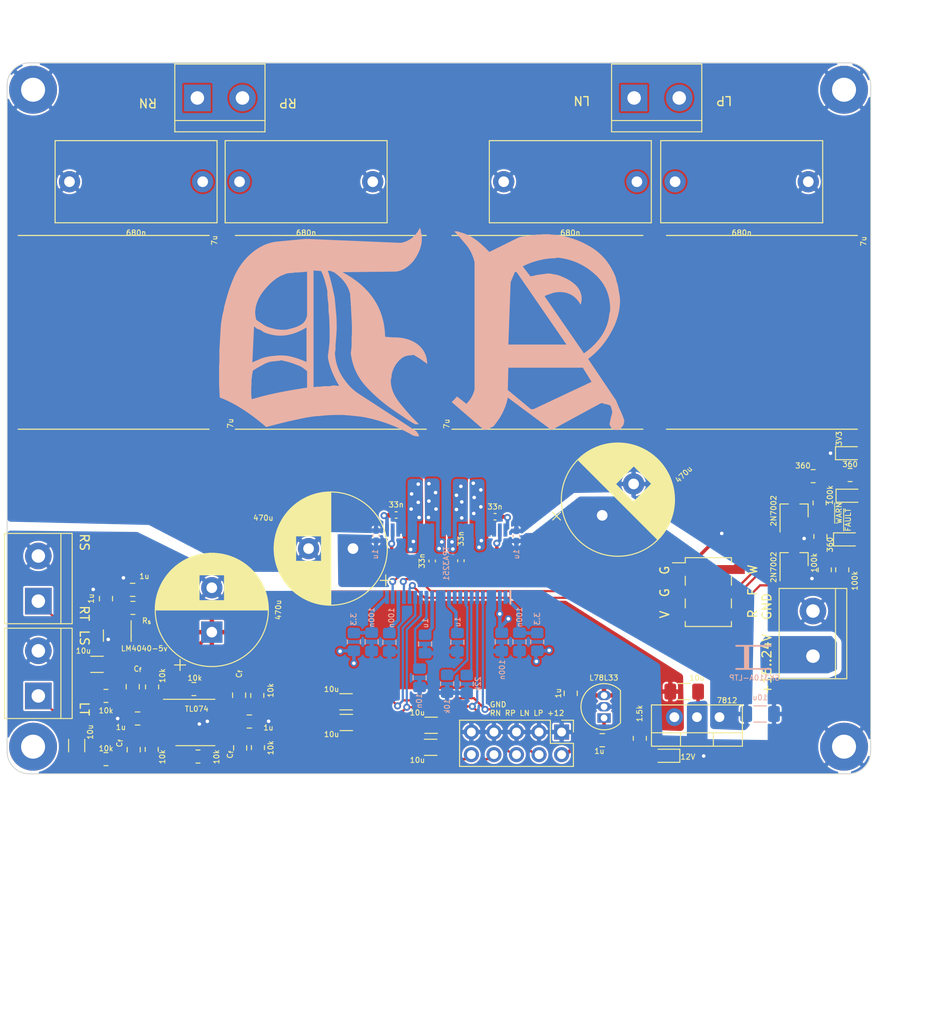
<source format=kicad_pcb>
(kicad_pcb (version 20240108) (generator "pcbnew") (generator_version "8.0")
  (layers (0 "F.Cu" signal) (1 "In1.Cu" signal) (2 "In2.Cu" signal) (31 "B.Cu" signal) (34 "B.Paste" user) (35 "F.Paste" user) (36 "B.SilkS" user "B.Silkscreen") (37 "F.SilkS" user "F.Silkscreen") (38 "B.Mask" user) (39 "F.Mask" user) (44 "Edge.Cuts" user))
  (net 0 "")
  (net 1 "REF_5V")
  (net 2 "GND")
  (net 3 "+12V")
  (net 4 "MIX_R")
  (net 5 "Net-(C11-Pad2)")
  (net 6 "MIX_L")
  (net 7 "Net-(C12-Pad2)")
  (net 8 "Net-(J2-Pin_1)")
  (net 9 "Net-(C16-Pad1)")
  (net 10 "Net-(C17-Pad1)")
  (net 11 "Net-(U2D--)")
  (net 12 "Net-(U2C--)")
  (net 13 "MIX_R_INV")
  (net 14 "MIX_L_INV")
  (net 15 "VDC")
  (net 16 "/SPK_L_P")
  (net 17 "/SPK_L_N")
  (net 18 "/SPK_R_P")
  (net 19 "/SPK_R_N")
  (net 20 "Net-(D1-K)")
  (net 21 "Net-(D2-K)")
  (net 22 "Net-(D3-A)")
  (net 23 "Net-(U2A--)")
  (net 24 "Net-(U2B--)")
  (net 25 "+3V3")
  (net 26 "/~{FAULT}")
  (net 27 "~{RESET}")
  (net 30 "/VDC_UNPR")
  (net 31 "/PWM_R_N")
  (net 32 "/PWM_L_N")
  (net 33 "/PWM_L_P")
  (net 34 "/PWM_R_P")
  (net 35 "/BOOT_R_N")
  (net 36 "/BOOT_L_N")
  (net 37 "/BOOT_L_P")
  (net 38 "/BOOT_R_P")
  (net 39 "/GVDD_CD")
  (net 40 "/GVDD_AB")
  (net 41 "/DVDD")
  (net 42 "/AVDD")
  (net 43 "/C_START")
  (net 44 "/OC_ADJ")
  (net 45 "/FREQ_ADJ")
  (net 46 "/VBG")
  (net 47 "Net-(D4-A)")
  (net 48 "Net-(Q1-D)")
  (net 49 "Net-(Q2-D)")
  (net 50 "Net-(C1-Pad1)")
  (net 51 "Net-(C4-Pad1)")
  (net 52 "Net-(J3-Pin_1)")
  (net 54 "/~{WARN}")
  (footprint "Resistor_SMD:R_0805_2012Metric_Pad1.20x1.40mm_HandSolder" (layer "F.Cu") (at 234.32 104.81)
    (property "Reference" "R5" (hide yes))
    (property "Value" "360")
  )
  (footprint "Capacitor_SMD:C_0805_2012Metric_Pad1.18x1.45mm_HandSolder" (layer "F.Cu") (at 210.575 134.525)
    (property "Reference" "C46" (hide yes))
    (property "Value" "1u")
  )
  (footprint "Resistor_SMD:R_0805_2012Metric_Pad1.20x1.40mm_HandSolder" (layer "F.Cu") (at 235.625 115.35 90)
    (property "Reference" "R27" (hide yes))
    (property "Value" "100k")
  )
  (footprint "Package_TO_SOT_SMD:SOT-23_Handsoldering" (layer "F.Cu") (at 232.175 114.175 90)
    (property "Reference" "Q1" (hide yes))
    (property "Value" "2N7002")
  )
  (footprint "Resistor_SMD:R_0805_2012Metric_Pad1.20x1.40mm_HandSolder" (layer "F.Cu") (at 164.586 128.768)
    (property "Reference" "R15" (hide yes))
    (property "Value" "10k")
  )
  (footprint "Capacitor_SMD:C_0805_2012Metric_Pad1.18x1.45mm_HandSolder" (layer "F.Cu") (at 157.806 135.588 90)
    (property "Reference" "C6" (hide yes))
    (property "Value" "C_{f}")
  )
  (footprint "Resistor_SMD:R_0805_2012Metric_Pad1.20x1.40mm_HandSolder" (layer "F.Cu") (at 159.836 135.558 -90)
    (property "Reference" "R2" (hide yes))
    (property "Value" "10k")
  )
  (footprint "MountingHole:MountingHole_2.7mm_M2.5_Pad" (layer "F.Cu") (at 146.475 61.325)
    (property "Reference" "H6" (hide yes))
    (property "Value" "MountingHole_Pad" (hide yes))
  )
  (footprint "Capacitor_THT:C_Rect_L18.0mm_W9.0mm_P15.00mm_FKS3_FKP3" (layer "F.Cu") (at 169.725 71.675)
    (property "Reference" "C47" (hide yes))
    (property "Value" "680n")
  )
  (footprint "Resistor_SMD:R_0805_2012Metric_Pad1.20x1.40mm_HandSolder" (layer "F.Cu") (at 154.686 136.652)
    (property "Reference" "R1" (hide yes))
    (property "Value" "10k")
  )
  (footprint "Package_TO_SOT_THT:TO-220-3_Vertical" (layer "F.Cu") (at 223.775 131.925 180)
    (property "Reference" "U1" (hide yes))
    (property "Value" "7812")
  )
  (footprint "Resistor_SMD:R_0805_2012Metric_Pad1.20x1.40mm_HandSolder" (layer "F.Cu") (at 165.046 136.358)
    (property "Reference" "R16" (hide yes))
    (property "Value" "10k")
  )
  (footprint "L_Wuerth:WE-HCF_201322" (layer "F.Cu") (at 180 88.625)
    (property "Reference" "L3" (hide yes))
    (property "Value" "7u")
  )
  (footprint "Capacitor_SMD:C_1206_3216Metric_Pad1.33x1.80mm_HandSolder" (layer "F.Cu") (at 191.3005 132.842 180)
    (property "Reference" "C23" (hide yes))
    (property "Value" "10u")
  )
  (footprint "LED_SMD:LED_0603_1608Metric_Pad1.05x0.95mm_HandSolder" (layer "F.Cu") (at 238.5 102.225)
    (property "Reference" "D4" (hide yes))
    (property "Value" "3V3")
  )
  (footprint "MountingHole:MountingHole_2.7mm_M2.5_Pad" (layer "F.Cu") (at 237.8 135.25)
    (property "Reference" "H2" (hide yes))
    (property "Value" "MountingHole_Pad" (hide yes))
  )
  (footprint "LED_SMD:LED_0603_1608Metric_Pad1.05x0.95mm_HandSolder" (layer "F.Cu") (at 238.275 111.925)
    (property "Reference" "D1" (hide yes))
    (property "Value" "~{FAULT}")
  )
  (footprint "Resistor_SMD:R_0805_2012Metric_Pad1.20x1.40mm_HandSolder" (layer "F.Cu") (at 157.718 119.634)
    (property "Reference" "R4" (hide yes))
    (property "Value" "R_{s}")
  )
  (footprint "MountingHole:MountingHole_2.7mm_M2.5_Pad" (layer "F.Cu") (at 237.8 61.325)
    (property "Reference" "H4" (hide yes))
    (property "Value" "MountingHole_Pad" (hide yes))
  )
  (footprint "Capacitor_SMD:C_1206_3216Metric_Pad1.33x1.80mm_HandSolder" (layer "F.Cu") (at 191.2405 135.322 180)
    (property "Reference" "C12" (hide yes))
    (property "Value" "10u")
  )
  (footprint "TerminalBlock:TerminalBlock_bornier-2_P5.08mm" (layer "F.Cu") (at 147.066 129.54 90)
    (property "Reference" "J3" (hide yes))
    (property "Value" "Screw_Terminal_01x02" (hide yes))
  )
  (footprint "Resistor_SMD:R_0805_2012Metric_Pad1.20x1.40mm_HandSolder" (layer "F.Cu") (at 154.686 129.54)
    (property "Reference" "R8" (hide yes))
    (property "Value" "10k")
  )
  (footprint "Capacitor_SMD:C_1206_3216Metric_Pad1.33x1.80mm_HandSolder" (layer "F.Cu") (at 219.8 129.05)
    (property "Reference" "C9" (hide yes))
    (property "Value" "10u")
  )
  (footprint "Capacitor_SMD:C_0805_2012Metric_Pad1.18x1.45mm_HandSolder" (layer "F.Cu") (at 157.688 117.602 180)
    (property "Reference" "C15" (hide yes))
    (property "Value" "1u")
  )
  (footprint "Resistor_SMD:R_0805_2012Metric_Pad1.20x1.40mm_HandSolder" (layer "F.Cu") (at 214.8 134.3125 90)
    (property "Reference" "R24" (hide yes))
    (property "Value" "1.5k")
  )
  (footprint "Resistor_SMD:R_0805_2012Metric_Pad1.20x1.40mm_HandSolder" (layer "F.Cu") (at 235.05 107.825 -90)
    (property "Reference" "R26" (hide yes))
    (property "Value" "100k")
  )
  (footprint "Capacitor_SMD:C_0805_2012Metric_Pad1.18x1.45mm_HandSolder" (layer "F.Cu") (at 169.796 135.388 90)
    (property "Reference" "C17" (hide yes))
    (property "Value" "C_{f}")
  )
  (footprint "L_Wuerth:WE-HCF_201322" (layer "F.Cu") (at 155.55 88.625 180)
    (property "Reference" "L4" (hide yes))
    (property "Value" "7u")
  )
  (footprint "Resistor_SMD:R_0805_2012Metric_Pad1.20x1.40mm_HandSolder" (layer "F.Cu") (at 235.14 111.6 90)
    (property "Reference" "R7" (hide yes))
    (property "Value" "360")
  )
  (footprint "Capacitor_SMD:C_1206_3216Metric_Pad1.33x1.80mm_HandSolder" (layer "F.Cu") (at 153.67 125.984 180)
    (property "Reference" "C1" (hide yes))
    (property "Value" "10u")
  )
  (footprint "Package_TO_SOT_THT:TO-92_Inline" (layer "F.Cu") (at 210.775 132.025 90)
    (property "Reference" "U7" (hide yes))
    (property "Value" "L78L33")
  )
  (footprint "Resistor_SMD:R_0805_2012Metric_Pad1.20x1.40mm_HandSolder" (layer "F.Cu") (at 237.6 115.35 90)
    (property "Reference" "R25" (hide yes))
    (property "Value" "100k")
  )
  (footprint "Resistor_SMD:R_0805_2012Metric_Pad1.20x1.40mm_HandSolder" (layer "F.Cu") (at 171.726 129.4905 90)
    (property "Reference" "R17" (hide yes))
    (property "Value" "10k")
  )
  (footprint "Capacitor_THT:CP_Radial_D12.5mm_P5.00mm" (layer "F.Cu") (at 166.6 122.363959 90)
    (property "Reference" "C37" (hide yes))
    (property "Value" "470u")
  )
  (footprint "TerminalBlock:TerminalBlock_bornier-2_P5.08mm" (layer "F.Cu") (at 164.975 62.25)
    (property "Reference" "J5" (hide yes))
    (property "Value" "Screw_Terminal_01x02" (hide yes))
  )
  (footprint "Capacitor_SMD:C_1206_3216Metric_Pad1.33x1.80mm_HandSolder" (layer "F.Cu") (at 151.384 135.128 90)
    (property "Reference" "C4" (hide yes))
    (property "Value" "10u")
  )
  (footprint "LED_SMD:LED_0603_1608Metric_Pad1.05x0.95mm_HandSolder" (layer "F.Cu") (at 217.65 136.275 180)
    (property "Reference" "D3" (hide yes))
    (property "Value" "12V")
  )
  (footprint "Capacitor_SMD:C_0805_2012Metric_Pad1.18x1.45mm_HandSolder" (layer "F.Cu") (at 158.242 132.08 180)
    (property "Reference" "C3" (hide yes))
    (property "Value" "1u")
  )
  (footprint "MountingHole:MountingHole_2.7mm_M2.5_Pad" (layer "F.Cu") (at 146.475 135.25)
    (property "Reference" "H5" (hide yes))
    (property "Value" "MountingHole_Pad" (hide yes))
  )
  (footprint "TerminalBlock:TerminalBlock_bornier-2_P5.08mm" (layer "F.Cu") (at 147.066 118.872 90)
    (property "Reference" "J2" (hide yes))
    (property "Value" "Screw_Terminal_01x02" (hide yes))
  )
  (footprint "Capacitor_SMD:C_0805_2012Metric_Pad1.18x1.45mm_HandSolder" (layer "F.Cu") (at 169.676 129.458 -90)
    (property "Reference" "C16" (hide yes))
    (property "Value" "C_{f}")
  )
  (footprint "Capacitor_SMD:C_1206_3216Metric_Pad1.33x1.80mm_HandSolder" (layer "F.Cu") (at 181.72 130.2 180)
    (property "Reference" "C22" (hide yes))
    (property "Value" "10u")
  )
  (footprint "Capacitor_THT:C_Rect_L18.0mm_W9.0mm_P15.00mm_FKS3_FKP3" (layer "F.Cu") (at 218.775 71.675)
    (property "Reference" "C48" (hide yes))
    (property "Value" "680n")
  )
  (footprint "TerminalBlock:TerminalBlock_bornier-2_P5.08mm" (layer "F.Cu") (at 214.16 62.25)
    (property "Reference" "J4" (hide yes))
    (property "Value" "Screw_Terminal_01x02" (hide yes))
  )
  (footprint "Capacitor_THT:CP_Radial_D12.5mm_P5.00mm" (layer "F.Cu") (at 210.566 109.22 45)
    (property "Reference" "C32" (hide yes))
    (property "Value" "470u")
  )
  (footprint "Connector_PinHeader_2.54mm:PinHeader_2x03_P2.54mm_Vertical_SMD" (layer "F.Cu") (at 222.519 117.856)
    (property "Reference" "J6" (hide yes))
    (property "Value" "state")
  )
  (footprint "Resistor_SMD:R_0805_2012Metric_Pad1.20x1.40mm_HandSolder" (layer "F.Cu") (at 171.796 135.358 -90)
    (property "Reference" "R18" (hide yes))
    (property "Value" "10k")
  )
  (footprint "Resistor_SMD:R_0805_2012Metric_Pad1.20x1.40mm_HandSolder" (layer "F.Cu") (at 159.876 128.524 90)
    (property "Reference" "R6" (hide yes))
    (property "Value" "10k")
  )
  (footprint "Capacitor_SMD:C_0402_1005Metric_Pad0.74x0.62mm_HandSolder" (layer "F.Cu") (at 194.651749 114.330119 -90)
    (property "Reference" "C42" (hide yes))
    (property "Value" "33n")
  )
  (footprint "Resistor_SMD:R_0805_2012Metric_Pad1.20x1.40mm_HandSolder" (layer "F.Cu") (at 238.48 104.68)
    (property "Reference" "R3" (hide yes))
    (property "Value" "360")
  )
  (footprint "Package_SO:TSSOP-14_4.4x5mm_P0.65mm" (layer "F.Cu") (at 164.756 132.528)
    (property "Reference" "U2" (hide yes))
    (property "Value" "TL074")
  )
  (footprint "Capacitor_SMD:C_0402_1005Metric_Pad0.74x0.62mm_HandSolder" (layer "F.Cu") (at 198.5 109.375)
    (property "Reference" "C43" (hide yes))
    (property "Value" "33n")
  )
  (footprint "Capacitor_SMD:C_0805_2012Metric_Pad1.18x1.45mm_HandSolder" (layer "F.Cu") (at 170.8295 132.418)
    (property "Reference" "C10" (hide yes))
    (property "Value" "1u")
  )
  (footprint "Capacitor_SMD:C_1206_3216Metric_Pad1.33x1.80mm_HandSolder" (layer "F.Cu") (at 181.7525 132.53 180)
    (property "Reference" "C11" (hide yes))
    (property "Value" "10u")
  )
  (footprint "Package_TO_SOT_SMD:SOT-23" (layer "F.Cu") (at 155.956 122.755 -90)
    (property "Reference" "U4" (hide yes))
    (property "Value" "LM4040-5v")
  )
  (footprint "Capacitor_SMD:C_0805_2012Metric_Pad1.18x1.45mm_HandSolder" (layer "F.Cu") (at 157.696 128.504 -90)
    (property "Reference" "C5" (hide yes))
    (property "Value" "C_{f}")
  )
  (footprint "Package_TO_SOT_SMD:SOT-23_Handsoldering" (layer "F.Cu") (at 232.175 108.7 90)
    (property "Reference" "Q2" (hide yes))
    (property "Value" "2N7002")
  )
  (footprint "Capacitor_THT:C_Rect_L18.0mm_W9.0mm_P15.00mm_FKS3_FKP3" (layer "F.Cu") (at 199.475 71.675)
    (property "Reference" "C49" (hide yes))
    (property "Value" "680n")
  )
  (footprint "Capacitor_SMD:C_0805_2012Metric_Pad1.18x1.45mm_HandSolder" (layer "F.Cu") (at 154.686 118.591 -90)
    (property "Reference" "C14" (hide yes))
    (property "Value" "1u")
  )
  (footprint "Connector_PinHeader_2.54mm:PinHeader_2x05_P2.54mm_Vertical" (layer "F.Cu") (at 205.994 133.604 -90)
    (property "Reference" "J7" (hide yes))
    (property "Value" "Preamp")
  )
  (footprint "Capacitor_SMD:C_0805_2012Metric_Pad1.18x1.45mm_HandSolder" (layer "F.Cu") (at 207.02 129.24 90)
    (property "Reference" "C45" (hide yes))
    (property "Value" "1u")
  )
  (footprint "TerminalBlock:TerminalBlock_bornier-2_P5.08mm" (layer "F.Cu") (at 234.3 125.065 90)
    (property "Reference" "J1" (hide yes))
    (property "Value" "Screw_Terminal_01x02" (hide yes))
  )
  (footprint "L_Wuerth:WE-HCF_201322" (layer "F.Cu") (at 228.55 88.625)
    (property "Reference" "L1" (hide yes))
    (property "Value" "7u")
  )
  (footprint "Capacitor_THT:CP_Radial_D12.5mm_P5.00mm" (layer "F.Cu") (at 182.5 112.958728 180)
    (property "Reference" "C31" (hide yes))
    (property "Value" "470u")
  )
  (footprint "L_Wuerth:WE-HCF_201322" (layer "F.Cu") (at 204.4 88.625 180)
    (property "Reference" "L2" (hide yes))
    (property "Value" "7u")
  )
  (footprint "LED_SMD:LED_0603_1608Metric_Pad1.05x0.95mm_HandSolder" (layer "F.Cu") (at 238.5625 107.01)
    (property "Reference" "D2" (hide yes))
    (property "Value" "~{WARN}")
  )
  (footprint "Capacitor_SMD:C_0402_1005Metric_Pad0.74x0.62mm_HandSolder" (layer "F.Cu") (at 187.361717 109.179113 180)
    (property "Reference" "C41" (hide yes))
    (property "Value" "33n")
  )
  (footprint "Capacitor_SMD:C_0402_1005Metric_Pad0.74x0.62mm_HandSolder" (layer "F.Cu") (at 191.420846 114.351706 -90)
    (property "Reference" "C44" (hide yes))
    (property "Value" "33n")
  )
  (footprint "Capacitor_THT:C_Rect_L18.0mm_W9.0mm_P15.00mm_FKS3_FKP3" (layer "F.Cu") (at 150.575 71.675)
    (property "Reference" "C50" (hide yes))
    (property "Value" "680n")
  )
  (footprint "Capacitor_SMD:C_0805_2012Metric_Pad1.18x1.45mm_HandSolder" (layer "B.Cu") (at 190 127.5 -90)
    (property "Reference" "C35" (hide yes))
    (property "Value" "10n")
  )
  (footprint "Resistor_SMD:R_0805_2012Metric_Pad1.20x1.40mm_HandSolder" (layer "B.Cu") (at 193.1 128.17 -90)
    (property "Reference" "R21" (hide yes))
    (property "Value" "10k")
  )
  (footprint "Resistor_SMD:R_0805_2012Metric_Pad1.20x1.40mm_HandSolder" (layer "B.Cu") (at 182.6 123.458728 -90)
    (property "Reference" "R23" (hide yes))
    (property "Value" "3.3")
  )
  (footprint "D_SK310AFL:SODFL5026X125N" (layer "B.Cu") (at 227.6 125.2)
    (property "Reference" "D5" (hide yes))
    (property "Value" "SK310A-LTP")
  )
  (footprint "Resistor_SMD:R_0805_2012Metric_Pad1.20x1.40mm_HandSolder" (layer "B.Cu") (at 195.31 128.19 -90)
    (property "Reference" "R20" (hide yes))
    (property "Value" "22k")
  )
  (footprint "Resistor_SMD:R_0805_2012Metric_Pad1.20x1.40mm_HandSolder" (layer "B.Cu") (at 203.25 123.458728 -90)
    (property "Reference" "R22" (hide yes))
    (property "Value" "3.3")
  )
  (footprint "Capacitor_SMD:C_0805_2012Metric_Pad1.18x1.45mm_HandSolder" (layer "B.Cu") (at 199.25 123.458728 -90)
    (property "Reference" "C36" (hide yes))
    (property "Value" "100n")
  )
  (footprint "Capacitor_SMD:C_0805_2012Metric_Pad1.18x1.45mm_HandSolder" (layer "B.Cu") (at 184.6 123.458728 90)
    (property "Reference" "C39" (hide yes))
    (property "Value" "100n")
  )
  (footprint "Capacitor_SMD:C_0805_2012Metric_Pad1.18x1.45mm_HandSolder" (layer "B.Cu") (at 186.6 123.508728 -90)
    (property "Reference" "C38" (hide yes))
    (property "Value" "100n")
  )
  (footprint "Capacitor_SMD:C_0402_1005Metric_Pad0.74x0.62mm_HandSolder" (layer "B.Cu") (at 200.9 111.5325 90)
    (property "Reference" "C29" (hide yes))
    (property "Value" "1u")
  )
  (footprint "Capacitor_SMD:C_0402_1005Metric_Pad0.74x0.62mm_HandSolder" (layer "B.Cu") (at 185.1 111.5 90)
    (property "Reference" "C30" (hide yes))
    (property "Value" "1u")
  )
  (footprint "Capacitor_SMD:C_0805_2012Metric_Pad1.18x1.45mm_HandSolder" (layer "B.Cu") (at 190.620053 123.694063 -90)
    (property "Reference" "C34" (hide yes))
    (property "Value" "1u")
  )
  (footprint "Capacitor_SMD:C_0805_2012Metric_Pad1.18x1.45mm_HandSolder" (layer "B.Cu") (at 201.25 123.458728 90)
    (property "Reference" "C40" (hide yes))
    (property "Value" "100n")
  )
  (footprint "Capacitor_SMD:C_1206_3216Metric_Pad1.33x1.80mm_HandSolder" (layer "B.Cu") (at 228.346 131.572)
    (property "Reference" "C51" (hide yes))
    (property "Value" "10u")
  )
  (footprint "TPA3251D2DDVR:SOP64P810X120-45N" (layer "B.Cu") (at 193 114.658728 90)
    (property "Reference" "U6" (hide yes))
    (property "Value" "TPA3251")
  )
  (footprint "Capacitor_SMD:C_0805_2012Metric_Pad1.18x1.45mm_HandSolder" (layer "B.Cu") (at 194.256045 123.503174 90)
    (property "Reference" "C33" (hide yes))
    (property "Value" "1u")
  )
  (gr_poly (pts (xy 194.037455 77.404718) (xy 194.183802 77.559997) (xy 194.343047 77.734127) (xy 194.515191 77.927108) (xy 194.700234 78.138939) (xy 194.898175 78.369621) (xy 195.109016 78.619153) (xy 195.332756 78.887536) (xy 195.406798 78.987744) (xy 195.478111 79.089938) (xy 195.546696 79.194115) (xy 195.612553 79.300278) (xy 195.675681 79.408426) (xy 195.73608 79.518558) (xy 195.79375 79.630674) (xy 195.848692 79.744776) (xy 195.900906 79.860861) (xy 195.950391 79.978932) (xy 195.997147 80.098987) (xy 196.041174 80.221026) (xy 196.082473 80.34505) (xy 196.121043 80.471058) (xy 196.156885 80.599051) (xy 196.189998 80.729027) (xy 196.189998 95.04824) (xy 196.160357 95.162467) (xy 196.126995 95.274957) (xy 196.089912 95.38571) (xy 196.049109 95.494727) (xy 196.004585 95.602008) (xy 195.956341 95.707552) (xy 195.904375 95.81136) (xy 195.84869 95.913431) (xy 195.789283 96.013765) (xy 195.726155 96.112364) (xy 195.659307 96.209226) (xy 195.588738 96.304351) (xy 195.514448 96.39774) (xy 195.436437 96.489392) (xy 195.354705 96.579308) (xy 195.269252 96.667488) (xy 194.2215 95.84198) (xy 193.618248 96.476966) (xy 197.269485 99.620201) (xy 197.273453 99.616355) (xy 197.277421 99.612758) (xy 197.281389 99.609409) (xy 197.285357 99.606309) (xy 197.289326 99.603456) (xy 197.293295 99.600852) (xy 197.297264 99.598496) (xy 197.301234 99.596388) (xy 197.305204 99.594529) (xy 197.309174 99.592917) (xy 197.313144 99.591553) (xy 197.317115 99.590438) (xy 197.321085 99.58957) (xy 197.325057 99.58895) (xy 197.329028 99.588579) (xy 197.333 99.588455) (xy 197.428249 99.588455) (xy 197.505141 99.57208) (xy 197.577073 99.554715) (xy 197.644044 99.536358) (xy 197.706056 99.517009) (xy 197.763106 99.49667) (xy 197.815197 99.475338) (xy 197.839382 99.464301) (xy 197.862326 99.453016) (xy 197.884031 99.441483) (xy 197.904495 99.429702) (xy 197.920865 99.417794) (xy 197.938228 99.405885) (xy 197.956583 99.393978) (xy 197.97593 99.38207) (xy 197.996269 99.370163) (xy 198.0176 99.358257) (xy 198.039924 99.34635) (xy 198.06324 99.334445) (xy 198.087548 99.322539) (xy 198.112849 99.310633) (xy 198.166427 99.286823) (xy 198.223974 99.263013) (xy 198.285491 99.239204) (xy 198.444489 99.051556) (xy 198.596045 98.861677) (xy 198.740159 98.669565) (xy 198.876833 98.47522) (xy 199.006065 98.278644) (xy 199.127855 98.079835) (xy 199.242205 97.878794) (xy 199.349113 97.67552) (xy 199.448579 97.470015) (xy 199.540604 97.262276) (xy 199.625188 97.052305) (xy 199.70233 96.840102) (xy 199.772031 96.625666) (xy 199.834291 96.408998) (xy 199.889108 96.190097) (xy 199.936485 95.968963) (xy 204.857718 99.620201) (xy 210.41395 96.60395) (xy 210.699698 96.60395) (xy 210.763212 96.667465) (xy 210.767304 96.67131) (xy 210.771644 96.674907) (xy 210.776232 96.678256) (xy 210.781067 96.681357) (xy 210.786152 96.684209) (xy 210.791484 96.686813) (xy 210.797065 96.689169) (xy 210.802893 96.691277) (xy 210.80897 96.693137) (xy 210.815296 96.694748) (xy 210.821869 96.696112) (xy 210.828691 96.697228) (xy 210.835761 96.698095) (xy 210.84308 96.698715) (xy 210.850646 96.699087) (xy 210.858462 96.699211) (xy 210.985457 96.699211) (xy 211.04747 96.715088) (xy 211.106508 96.730964) (xy 211.162568 96.746838) (xy 211.215652 96.762711) (xy 211.265758 96.778583) (xy 211.312887 96.794454) (xy 211.357038 96.810324) (xy 211.398211 96.826194) (xy 211.406086 96.83035) (xy 211.413837 96.834878) (xy 211.421464 96.839777) (xy 211.428968 96.845049) (xy 211.436347 96.850693) (xy 211.443602 96.856709) (xy 211.450733 96.863097) (xy 211.457741 96.869856) (xy 211.464624 96.876988) (xy 211.471383 96.884492) (xy 211.478018 96.892368) (xy 211.48453 96.900616) (xy 211.490917 96.909236) (xy 211.49718 96.918228) (xy 211.503319 96.927592) (xy 211.509334 96.937328) (xy 211.520993 96.957916) (xy 211.532155 96.979992) (xy 211.542821 97.003556) (xy 211.552991 97.028609) (xy 211.562665 97.055149) (xy 211.571842 97.083178) (xy 211.580524 97.112694) (xy 211.588709 97.143699) (xy 211.588709 97.175445) (xy 211.592552 97.179415) (xy 211.596148 97.183384) (xy 211.599495 97.187354) (xy 211.602594 97.191324) (xy 211.605446 97.195293) (xy 211.608049 97.199263) (xy 211.610404 97.203233) (xy 211.612511 97.207202) (xy 211.614371 97.211172) (xy 211.615982 97.215142) (xy 211.617345 97.219111) (xy 211.618461 97.223081) (xy 211.619328 97.227051) (xy 211.619948 97.23102) (xy 211.62032 97.23499) (xy 211.620443 97.23896) (xy 211.620443 97.33422) (xy 211.628135 97.34216) (xy 211.63533 97.350098) (xy 211.642029 97.358036) (xy 211.648231 97.365974) (xy 211.653938 97.373911) (xy 211.659148 97.381848) (xy 211.663862 97.389785) (xy 211.668079 97.397721) (xy 211.671801 97.405657) (xy 211.675026 97.413593) (xy 211.677756 97.421528) (xy 211.679988 97.429464) (xy 211.681725 97.437399) (xy 211.682966 97.445334) (xy 211.68371 97.453269) (xy 211.683958 97.461204) (xy 211.683958 97.715217) (xy 211.683834 97.719187) (xy 211.683462 97.723156) (xy 211.682843 97.727126) (xy 211.681975 97.731096) (xy 211.68086 97.735065) (xy 211.679497 97.739035) (xy 211.677885 97.743005) (xy 211.676026 97.746974) (xy 211.673919 97.750944) (xy 211.671564 97.754914) (xy 211.66896 97.758884) (xy 211.666109 97.762853) (xy 211.66301 97.766823) (xy 211.659663 97.770793) (xy 211.656067 97.774762) (xy 211.652224 97.778732) (xy 211.652224 97.873992) (xy 211.588709 98.064491) (xy 211.588585 98.06846) (xy 211.588213 98.07243) (xy 211.587594 98.0764) (xy 211.586726 98.08037) (xy 211.585611 98.084339) (xy 211.584247 98.088309) (xy 211.582636 98.092279) (xy 211.580777 98.096248) (xy 211.57867 98.100218) (xy 211.576314 98.104188) (xy 211.573711 98.108157) (xy 211.57086 98.112127) (xy 211.567761 98.116097) (xy 211.564413 98.120066) (xy 211.560818 98.124036) (xy 211.556975 98.128006) (xy 211.539119 98.229213) (xy 211.517294 98.342325) (xy 211.491496 98.467341) (xy 211.461725 98.604263) (xy 211.446839 98.665783) (xy 211.433938 98.723332) (xy 211.423021 98.77691) (xy 211.414089 98.826519) (xy 211.407142 98.872157) (xy 211.40218 98.913826) (xy 211.399203 98.951527) (xy 211.398211 98.98526) (xy 211.398211 99.048774) (xy 211.402178 99.052868) (xy 211.406146 99.057209) (xy 211.410114 99.061799) (xy 211.414083 99.066636) (xy 211.418052 99.071721) (xy 211.422021 99.077055) (xy 211.42599 99.082636) (xy 211.429959 99.088465) (xy 211.433929 99.094543) (xy 211.437899 99.100868) (xy 211.44187 99.107442) (xy 211.44584 99.114264) (xy 211.449811 99.121334) (xy 211.453782 99.128653) (xy 211.457754 99.13622) (xy 211.461725 99.144035) (xy 211.461787 99.146051) (xy 211.461974 99.148128) (xy 211.462284 99.150268) (xy 211.462718 99.15247) (xy 211.463958 99.157059) (xy 211.465695 99.161897) (xy 211.467928 99.166982) (xy 211.470657 99.172315) (xy 211.473883 99.177896) (xy 211.477604 99.183726) (xy 211.481822 99.189803) (xy 211.486536 99.196129) (xy 211.491746 99.202703) (xy 211.497452 99.209525) (xy 211.503655 99.216595) (xy 211.510354 99.223914) (xy 211.517549 99.23148) (xy 211.52524 99.239296) (xy 211.52524 99.30281) (xy 211.527193 99.302841) (xy 211.529084 99.302934) (xy 211.530912 99.303089) (xy 211.532679 99.303306) (xy 211.534384 99.303585) (xy 211.536026 99.303926) (xy 211.537607 99.304328) (xy 211.539126 99.304793) (xy 211.540582 99.30532) (xy 211.541977 99.305909) (xy 211.543309 99.30656) (xy 211.54458 99.307272) (xy 211.545789 99.308047) (xy 211.546935 99.308884) (xy 211.54802 99.309783) (xy 211.549042 99.310744) (xy 211.550003 99.311767) (xy 211.550902 99.312852) (xy 211.551738 99.313999) (xy 211.552513 99.315208) (xy 211.553226 99.316479) (xy 211.553876 99.317812) (xy 211.554465 99.319207) (xy 211.554992 99.320664) (xy 211.555456 99.322183) (xy 211.555859 99.323765) (xy 211.5562 99.325408) (xy 211.556479 99.327113) (xy 211.556696 99.328881) (xy 211.556851 99.330711) (xy 211.556944 99.332602) (xy 211.556975 99.334556) (xy 211.556975 99.398071) (xy 211.620489 99.398071) (xy 211.624581 99.402041) (xy 211.62892 99.40601) (xy 211.633508 99.40998) (xy 211.638344 99.41395) (xy 211.643429 99.417919) (xy 211.648761 99.421889) (xy 211.654341 99.425859) (xy 211.66017 99.429828) (xy 211.666247 99.433798) (xy 211.672572 99.437768) (xy 211.679146 99.441737) (xy 211.685968 99.445707) (xy 211.693038 99.449677) (xy 211.700356 99.453646) (xy 211.707923 99.457616) (xy 211.715738 99.461586) (xy 211.779253 99.5251) (xy 211.81001 99.53304) (xy 211.838783 99.540979) (xy 211.865572 99.548918) (xy 211.890377 99.556858) (xy 211.913197 99.564797) (xy 211.934033 99.572736) (xy 211.952885 99.580676) (xy 211.969751 99.588615) (xy 212.065001 99.588615) (xy 212.068968 99.588739) (xy 212.072936 99.589111) (xy 212.076904 99.58973) (xy 212.080873 99.590598) (xy 212.084842 99.591714) (xy 212.088811 99.593077) (xy 212.09278 99.594689) (xy 212.096749 99.596549) (xy 212.100719 99.598656) (xy 212.104689 99.601012) (xy 212.10866 99.603616) (xy 212.11263 99.606469) (xy 212.116601 99.609569) (xy 212.120572 99.612918) (xy 212.124544 99.616515) (xy 212.128515 99.620361) (xy 212.19203 99.620361) (xy 212.235314 99.618997) (xy 212.277853 99.614904) (xy 212.319649 99.608083) (xy 212.3607 99.598534) (xy 212.401008 99.586256) (xy 212.440571 99.571249) (xy 212.47939 99.553515) (xy 212.517466 99.533051) (xy 212.554797 99.509859) (xy 212.591384 99.483938) (xy 212.627227 99.455289) (xy 212.662326 99.423911) (xy 212.696681 99.389804) (xy 212.730292 99.352968) (xy 212.763159 99.313403) (xy 212.795282 99.27111) (xy 212.826041 99.238365) (xy 212.854816 99.203636) (xy 212.881606 99.166924) (xy 212.906411 99.128227) (xy 212.929233 99.087547) (xy 212.95007 99.044883) (xy 212.968923 99.000235) (xy 212.985791 98.953602) (xy 213.000675 98.904986) (xy 213.013574 98.854386) (xy 213.024489 98.801801) (xy 213.033419 98.747233) (xy 213.040365 98.69068) (xy 213.045326 98.632143) (xy 213.048303 98.571622) (xy 213.049295 98.509117) (xy 213.01457 98.401466) (xy 212.973891 98.284884) (xy 212.927259 98.159373) (xy 212.874673 98.024931) (xy 212.816134 97.88156) (xy 212.751641 97.72926) (xy 212.681195 97.568031) (xy 212.604796 97.397872) (xy 212.555684 97.297168) (xy 212.503595 97.185549) (xy 212.448529 97.063015) (xy 212.390486 96.929566) (xy 212.329467 96.785203) (xy 212.265471 96.629925) (xy 212.198498 96.463733) (xy 212.12855 96.286628) (xy 210.717199 94.190986) (xy 209.366198 94.190986) (xy 202.825717 97.270729) (xy 202.539969 97.270729) (xy 199.936485 95.111732) (xy 200 92.603485) (xy 208.381949 92.603485) (xy 209.366198 94.190986) (xy 210.717199 94.190986) (xy 208.985304 91.619384) (xy 209.18126 91.466587) (xy 209.372255 91.309821) (xy 209.55829 91.149086) (xy 209.739363 90.984383) (xy 209.915476 90.815711) (xy 210.086628 90.643071) (xy 210.252819 90.466462) (xy 210.414049 90.285884) (xy 210.570318 90.101338) (xy 210.721627 89.912824) (xy 210.867974 89.72034) (xy 211.009361 89.523888) (xy 211.145786 89.323468) (xy 211.277251 89.119079) (xy 211.403755 88.910721) (xy 211.525297 88.698395) (xy 211.652174 88.471928) (xy 211.770864 88.244964) (xy 211.881369 88.017505) (xy 211.983689 87.789551) (xy 212.077823 87.5611) (xy 212.163771 87.332154) (xy 212.241534 87.102712) (xy 212.311112 86.872773) (xy 212.372503 86.642339) (xy 212.425709 86.411409) (xy 212.47073 86.179983) (xy 212.499393 85.999512) (xy 211.461691 85.999512) (xy 211.461691 86.221756) (xy 211.398176 86.412255) (xy 211.398052 86.416348) (xy 211.397681 86.42069) (xy 211.397061 86.425279) (xy 211.396194 86.430116) (xy 211.395078 86.435202) (xy 211.393715 86.440535) (xy 211.392103 86.446116) (xy 211.390244 86.451946) (xy 211.388137 86.458023) (xy 211.385782 86.464349) (xy 211.383179 86.470922) (xy 211.380327 86.477744) (xy 211.377228 86.484815) (xy 211.373881 86.492133) (xy 211.370285 86.4997) (xy 211.366442 86.507515) (xy 211.366442 86.634499) (xy 211.366318 86.638592) (xy 211.365946 86.642934) (xy 211.365327 86.647523) (xy 211.364459 86.652361) (xy 211.363344 86.657446) (xy 211.36198 86.662779) (xy 211.360369 86.66836) (xy 211.35851 86.67419) (xy 211.356403 86.680267) (xy 211.354047 86.686593) (xy 211.351444 86.693167) (xy 211.348593 86.699989) (xy 211.345494 86.707059) (xy 211.342146 86.714378) (xy 211.338551 86.721944) (xy 211.334707 86.729759) (xy 211.334707 86.82502) (xy 211.282742 87.124038) (xy 211.214158 87.417847) (xy 211.128954 87.706448) (xy 211.027131 87.98984) (xy 210.908689 88.268024) (xy 210.773628 88.540999) (xy 210.621948 88.808766) (xy 210.453648 89.071323) (xy 210.26873 89.328672) (xy 210.067192 89.580812) (xy 209.849036 89.827743) (xy 209.61426 90.069465) (xy 209.362865 90.305977) (xy 209.094851 90.537281) (xy 208.810219 90.763375) (xy 208.508967 90.98426) (xy 207.830165 90) (xy 206.540457 90) (xy 199.999977 90) (xy 200.25399 82.983285) (xy 200.730236 81.840295) (xy 200.920722 81.840272) (xy 206.540457 90) (xy 207.830165 90) (xy 204.063979 84.53904) (xy 204.079729 84.538668) (xy 204.095232 84.537552) (xy 204.110486 84.535692) (xy 204.125492 84.533087) (xy 204.14025 84.529739) (xy 204.15476 84.525646) (xy 204.169022 84.520809) (xy 204.183036 84.515228) (xy 204.196802 84.508902) (xy 204.21032 84.501832) (xy 204.223591 84.494018) (xy 204.236613 84.485459) (xy 204.249387 84.476156) (xy 204.261914 84.466108) (xy 204.274192 84.455316) (xy 204.286223 84.443779) (xy 204.284518 84.443717) (xy 204.283372 84.443531) (xy 204.282783 84.443221) (xy 204.282753 84.442787) (xy 204.283281 84.442229) (xy 204.284366 84.441546) (xy 204.288212 84.43981) (xy 204.29429 84.437577) (xy 204.3026 84.434847) (xy 204.313142 84.431622) (xy 204.325917 84.427901) (xy 204.358163 84.418969) (xy 204.399336 84.408052) (xy 204.449438 84.395151) (xy 204.508467 84.380265) (xy 204.561549 84.357936) (xy 204.60967 84.338585) (xy 204.65283 84.322212) (xy 204.691029 84.308816) (xy 204.724267 84.298398) (xy 204.752544 84.290957) (xy 204.764822 84.288352) (xy 204.77586 84.286492) (xy 204.785658 84.285376) (xy 204.794215 84.285004) (xy 204.798927 84.28091) (xy 204.805127 84.276569) (xy 204.812815 84.27198) (xy 204.821992 84.267142) (xy 204.832658 84.262057) (xy 204.844812 84.256724) (xy 204.858454 84.251142) (xy 204.873585 84.245313) (xy 204.890205 84.239235) (xy 204.908314 84.23291) (xy 204.927911 84.226336) (xy 204.948997 84.219514) (xy 204.995635 84.205125) (xy 205.048228 84.189743) (xy 205.101806 84.174857) (xy 205.151414 84.161956) (xy 205.197053 84.151039) (xy 205.238724 84.142107) (xy 205.276425 84.13516) (xy 205.310159 84.130198) (xy 205.339924 84.127221) (xy 205.365721 84.126229) (xy 205.383088 84.125733) (xy 205.403429 84.124246) (xy 205.426746 84.121766) (xy 205.453038 84.118295) (xy 205.482306 84.113831) (xy 205.51455 84.108375) (xy 205.54977 84.101925) (xy 205.587966 84.094483) (xy 205.778464 84.094483) (xy 205.973676 84.100064) (xy 206.162438 84.116807) (xy 206.344752 84.144713) (xy 206.520616 84.183781) (xy 206.690032 84.234011) (xy 206.852998 84.295403) (xy 207.009515 84.367957) (xy 207.159583 84.451673) (xy 207.303202 84.546551) (xy 207.440371 84.652591) (xy 207.571092 84.769793) (xy 207.695363 84.898157) (xy 207.813186 85.037683) (xy 207.924559 85.188371) (xy 208.029484 85.35022) (xy 208.127959 85.523232) (xy 208.191473 85.332733) (xy 208.195317 85.320577) (xy 208.198912 85.307924) (xy 208.20226 85.294776) (xy 208.205359 85.281132) (xy 208.20821 85.266992) (xy 208.210813 85.252356) (xy 208.213168 85.237224) (xy 208.215276 85.221597) (xy 208.217135 85.205474) (xy 208.218746 85.188854) (xy 208.221225 85.154127) (xy 208.222712 85.117416) (xy 208.223208 85.07872) (xy 208.227051 85.074627) (xy 208.230647 85.070285) (xy 208.233994 85.065696) (xy 208.237093 85.060859) (xy 208.239945 85.055773) (xy 208.242548 85.05044) (xy 208.244903 85.044859) (xy 208.24701 85.039029) (xy 208.248869 85.032952) (xy 208.250481 85.026626) (xy 208.251844 85.020052) (xy 208.252959 85.01323) (xy 208.253827 85.00616) (xy 208.254447 84.998842) (xy 208.254818 84.991275) (xy 208.254942 84.98346) (xy 208.254942 84.856476) (xy 208.252524 84.75205) (xy 208.245269 84.649112) (xy 208.233176 84.547662) (xy 208.216247 84.4477) (xy 208.194481 84.349226) (xy 208.167878 84.252241) (xy 208.136438 84.156744) (xy 208.100162 84.062735) (xy 208.059048 83.970215) (xy 208.013098 83.879182) (xy 207.96231 83.789638) (xy 207.906686 83.701582) (xy 207.846225 83.615015) (xy 207.780927 83.529935) (xy 207.710792 83.446344) (xy 207.63582 83.364241) (xy 207.556011 83.283626) (xy 207.471365 83.2045) (xy 207.381883 83.126861) (xy 207.287563 83.050711) (xy 207.188407 82.976049) (xy 207.084414 82.902876) (xy 206.861917 82.760993) (xy 206.620072 82.625063) (xy 206.35888 82.495086) (xy 206.07834 82.371062) (xy 205.778453 82.252991) (xy 205.749927 82.241207) (xy 205.719914 82.22967) (xy 205.688412 82.218382) (xy 205.655423 82.207342) (xy 205.584978 82.186008) (xy 205.508581 82.165667) (xy 205.42623 82.14632) (xy 205.337926 82.127966) (xy 205.243667 82.110606) (xy 205.143454 82.094239) (xy 205.036298 82.07191) (xy 204.937079 82.052559) (xy 204.845797 82.036186) (xy 204.762453 82.022791) (xy 204.687047 82.012372) (xy 204.619579 82.004931) (xy 204.560048 82.000466) (xy 204.508456 81.998978) (xy 204.468768 82.001459) (xy 204.397331 82.0089) (xy 204.294144 82.021303) (xy 204.159208 82.038666) (xy 203.794086 82.088277) (xy 203.301963 82.157731) (xy 203.206713 82.157731) (xy 203.206651 82.159685) (xy 203.206465 82.161576) (xy 203.206155 82.163406) (xy 203.205721 82.165173) (xy 203.205163 82.166879) (xy 203.204481 82.168522) (xy 203.203674 82.170104) (xy 203.202744 82.171623) (xy 203.201689 82.17308) (xy 203.200511 82.174475) (xy 203.199208 82.175808) (xy 203.197782 82.177079) (xy 203.196231 82.178288) (xy 203.194556 82.179435) (xy 203.192758 82.18052) (xy 203.190835 82.181543) (xy 203.188788 82.182504) (xy 203.186617 82.183403) (xy 203.184322 82.18424) (xy 203.181903 82.185014) (xy 203.17936 82.185727) (xy 203.176693 82.186378) (xy 203.173902 82.186967) (xy 203.170986 82.187494) (xy 203.167947 82.187958) (xy 203.164784 82.188361) (xy 203.161496 82.188702) (xy 203.158085 82.188981) (xy 203.15455 82.189198) (xy 203.15089 82.189353) (xy 203.147106 82.189446) (xy 203.143199 82.189477) (xy 203.04795 82.189477) (xy 203.047888 82.19143) (xy 203.047701 82.193322) (xy 203.047391 82.195152) (xy 203.046957 82.196919) (xy 203.046399 82.198625) (xy 203.045717 82.200268) (xy 203.04491 82.201849) (xy 203.04398 82.203369) (xy 203.042925 82.204826) (xy 203.041747 82.206221) (xy 203.040444 82.207554) (xy 203.039018 82.208825) (xy 203.037467 82.210034) (xy 203.035792 82.211181) (xy 203.033994 82.212266) (xy 203.032071 82.213289) (xy 203.030024 82.21425) (xy 203.027853 82.215149) (xy 203.025558 82.215985) (xy 203.023139 82.21676) (xy 203.020596 82.217473) (xy 203.017929 82.218124) (xy 203.015138 82.218713) (xy 203.012223 82.21924) (xy 203.009183 82.219704) (xy 203.00602 82.220107) (xy 203.002733 82.220448) (xy 202.999321 82.220727) (xy 202.995786 82.220944) (xy 202.992126 82.221099) (xy 202.988343 82.221192) (xy 202.984435 82.221223) (xy 202.938795 82.236109) (xy 202.897124 82.24901) (xy 202.85942 82.259927) (xy 202.825684 82.268859) (xy 202.795916 82.275805) (xy 202.770116 82.280768) (xy 202.748285 82.283745) (xy 202.738857 82.284489) (xy 202.730422 82.284737) (xy 202.603427 82.284737) (xy 202.601381 82.286691) (xy 202.599211 82.288583) (xy 202.594499 82.29218) (xy 202.589291 82.295529) (xy 202.583587 82.298629) (xy 202.577386 82.301482) (xy 202.57069 82.304086) (xy 202.563497 82.306442) (xy 202.555808 82.30855) (xy 202.547623 82.310409) (xy 202.538941 82.312021) (xy 202.529763 82.313385) (xy 202.520089 82.3145) (xy 202.509919 82.315368) (xy 202.499253 82.315987) (xy 202.48809 82.316359) (xy 202.476432 82.316483) (xy 201.619178 81.205239) (xy 201.813647 81.104534) (xy 202.016054 81.008789) (xy 202.226399 80.918005) (xy 202.44468 80.832182) (xy 202.670899 80.751318) (xy 202.905054 80.675414) (xy 203.147147 80.604469) (xy 203.397177 80.538483) (xy 203.641256 80.478947) (xy 203.881366 80.427349) (xy 204.117506 80.383691) (xy 204.349676 80.347971) (xy 204.577878 80.320189) (xy 204.802111 80.300345) (xy 205.022374 80.288439) (xy 205.238669 80.28447) (xy 205.556208 80.221024) (xy 205.851506 80.257986) (xy 206.142092 80.305365) (xy 206.427964 80.363161) (xy 206.709124 80.431374) (xy 206.985572 80.510005) (xy 207.257306 80.599054) (xy 207.524328 80.69852) (xy 207.786637 80.808404) (xy 208.044234 80.928705) (xy 208.297117 81.059424) (xy 208.545288 81.200561) (xy 208.788746 81.352116) (xy 209.027491 81.514089) (xy 209.261523 81.68648) (xy 209.490842 81.869289) (xy 209.715449 82.062516) (xy 209.926908 82.260211) (xy 210.124724 82.464355) (xy 210.308898 82.674947) (xy 210.47943 82.891989) (xy 210.636319 83.115479) (xy 210.779565 83.345418) (xy 210.909169 83.581806) (xy 211.02513 83.824643) (xy 211.127449 84.073929) (xy 211.216126 84.329664) (xy 211.29116 84.591848) (xy 211.352551 84.860482) (xy 211.4003 85.135565) (xy 211.434406 85.417098) (xy 211.45487 85.70508) (xy 211.461691 85.999512) (xy 212.499393 85.999512) (xy 212.507565 85.948061) (xy 212.536215 85.715643) (xy 212.556678 85.482729) (xy 212.568957 85.249318) (xy 212.57305 85.015412) (xy 212.571561 84.933555) (xy 212.567097 84.846738) (xy 212.559656 84.75496) (xy 212.549239 84.658222) (xy 212.535845 84.556523) (xy 212.519474 84.449866) (xy 212.500126 84.338249) (xy 212.4778 84.221672) (xy 212.398424 83.729551) (xy 212.370645 83.566835) (xy 212.350805 83.459679) (xy 212.350557 83.454841) (xy 212.349813 83.448268) (xy 212.346836 83.429912) (xy 212.341874 83.404612) (xy 212.334927 83.372366) (xy 212.325995 83.333175) (xy 212.315078 83.287037) (xy 212.302177 83.233952) (xy 212.287291 83.17392) (xy 212.287136 83.179161) (xy 212.286671 83.182976) (xy 212.285895 83.185365) (xy 212.28481 83.186327) (xy 212.283415 83.185863) (xy 212.281709 83.183972) (xy 212.279694 83.180655) (xy 212.277368 83.175912) (xy 212.271787 83.162146) (xy 212.264966 83.142675) (xy 212.256904 83.117498) (xy 212.247601 83.086616) (xy 212.237058 83.050029) (xy 212.225275 83.007736) (xy 212.197988 82.906035) (xy 212.165738 82.781513) (xy 212.128527 82.634171) (xy 212.128279 82.622014) (xy 212.127534 82.609362) (xy 212.126294 82.596213) (xy 212.124557 82.582569) (xy 212.122324 82.56843) (xy 212.119595 82.553794) (xy 212.11637 82.538662) (xy 212.112648 82.523035) (xy 212.10843 82.506911) (xy 212.103716 82.490292) (xy 212.098506 82.473176) (xy 212.0928 82.455565) (xy 212.086597 82.437457) (xy 212.079898 82.418854) (xy 212.065012 82.380158) (xy 211.945579 82.09503) (xy 211.817464 81.819079) (xy 211.680667 81.552305) (xy 211.535188 81.294709) (xy 211.381028 81.046291) (xy 211.218186 80.80705) (xy 211.046662 80.576987) (xy 210.866457 80.356102) (xy 210.67757 80.144394) (xy 210.480001 79.941864) (xy 210.273751 79.748512) (xy 210.058819 79.564338) (xy 209.835206 79.389341) (xy 209.602911 79.223523) (xy 209.361934 79.066882) (xy 209.112276 78.919419) (xy 208.857286 78.776669) (xy 208.60031 78.642103) (xy 208.341351 78.515724) (xy 208.080407 78.39753) (xy 207.817479 78.287522) (xy 207.552566 78.185699) (xy 207.285669 78.092062) (xy 207.016788 78.00661) (xy 206.745922 77.929344) (xy 206.473071 77.860263) (xy 206.198237 77.799368) (xy 205.921417 77.746659) (xy 205.642614 77.702135) (xy 205.361825 77.665797) (xy 205.079052 77.637644) (xy 204.794295 77.617677) (xy 204.789955 77.617553) (xy 204.784871 77.617181) (xy 204.779043 77.616561) (xy 204.77247 77.615694) (xy 204.757092 77.613214) (xy 204.738735 77.609743) (xy 204.717401 77.605279) (xy 204.693089 77.599823) (xy 204.665799 77.593373) (xy 204.635531 77.585931) (xy 203.810035 77.585931) (xy 203.797632 77.589776) (xy 203.784237 77.593373) (xy 203.76985 77.596722) (xy 203.754472 77.599823) (xy 203.738101 77.602675) (xy 203.720738 77.605279) (xy 203.702384 77.607635) (xy 203.683037 77.609743) (xy 203.641366 77.613214) (xy 203.595727 77.615694) (xy 203.546119 77.617181) (xy 203.492541 77.617677) (xy 203.14329 77.617677) (xy 203.116997 77.625616) (xy 203.085743 77.633555) (xy 203.049528 77.641495) (xy 203.008353 77.649434) (xy 202.962217 77.657373) (xy 202.911119 77.665313) (xy 202.85506 77.673252) (xy 202.794039 77.681191) (xy 202.672989 77.69707) (xy 202.563844 77.712949) (xy 202.466609 77.728827) (xy 202.381285 77.744706) (xy 202.339114 77.745699) (xy 202.291983 77.748676) (xy 202.239892 77.753638) (xy 202.182842 77.760585) (xy 202.120832 77.769517) (xy 202.053862 77.780433) (xy 201.981931 77.793335) (xy 201.90504 77.808221) (xy 201.787468 77.818144) (xy 201.672872 77.832035) (xy 201.561252 77.849894) (xy 201.452609 77.871721) (xy 201.346942 77.897517) (xy 201.244251 77.927282) (xy 201.144536 77.961016) (xy 201.047798 77.998719) (xy 197.904552 79.554452) (xy 197.902537 79.556344) (xy 197.90046 79.558049) (xy 197.898322 79.559569) (xy 197.896121 79.560902) (xy 197.893858 79.562049) (xy 197.891533 79.56301) (xy 197.889146 79.563786) (xy 197.886697 79.564375) (xy 197.884186 79.564777) (xy 197.881613 79.564994) (xy 197.878978 79.565025) (xy 197.87628 79.56487) (xy 197.873521 79.564528) (xy 197.8707 79.564001) (xy 197.867816 79.563288) (xy 197.864871 79.562388) (xy 197.861864 79.561303) (xy 197.858794 79.560031) (xy 197.855662 79.558574) (xy 197.852469 79.556931) (xy 197.849213 79.555101) (xy 197.845895 79.553086) (xy 197.842515 79.550885) (xy 197.839073 79.548497) (xy 197.835569 79.545924) (xy 197.832003 79.543165) (xy 197.824685 79.537089) (xy 197.817118 79.530269) (xy 197.809303 79.522706) (xy 197.682308 79.395722) (xy 197.478909 79.195297) (xy 197.281463 79.00678) (xy 197.089971 78.830171) (xy 196.904433 78.665469) (xy 196.724848 78.512674) (xy 196.551216 78.371786) (xy 196.383538 78.242803) (xy 196.221813 78.125726) (xy 196.114285 78.051932) (xy 196.006013 77.981363) (xy 195.896997 77.914019) (xy 195.787237 77.849899) (xy 195.676733 77.789005) (xy 195.565484 77.731336) (xy 195.453491 77.676891) (xy 195.340754 77.62567) (xy 195.227272 77.577675) (xy 195.113047 77.532903) (xy 194.998077 77.491357) (xy 194.882363 77.453034) (xy 194.765905 77.417936) (xy 194.648703 77.386062) (xy 194.530757 77.357412) (xy 194.412067 77.331986) (xy 194.411998 77.268289) (xy 193.904006 77.268289)) (stroke (width -0.000001)) (fill solid) (layer "B.SilkS"))
  (gr_poly (pts (xy 189.97077 76.986329) (xy 189.874527 77.155125) (xy 189.772331 77.314743) (xy 189.664183 77.465184) (xy 189.550081 77.606447) (xy 189.430027 77.738532) (xy 189.304019 77.86144) (xy 189.172059 77.97517) (xy 189.034145 78.079722) (xy 188.890278 78.175097) (xy 188.740459 78.261294) (xy 188.584686 78.338313) (xy 188.42296 78.406154) (xy 188.255282 78.464817) (xy 188.08165 78.514302) (xy 187.902065 78.55461) (xy 177.202354 78.110121) (xy 176.549496 78.165692) (xy 175.76567 78.237134) (xy 173.805118 78.427626) (xy 173.611641 78.459126) (xy 173.42015 78.498068) (xy 173.230642 78.544452) (xy 173.043119 78.598278) (xy 172.857581 78.659546) (xy 172.674027 78.728255) (xy 172.492458 78.804406) (xy 172.312873 78.887999) (xy 172.135272 78.979033) (xy 171.959656 79.077509) (xy 171.786024 79.183426) (xy 171.614377 79.296784) (xy 171.444714 79.417584) (xy 171.277035 79.545824) (xy 171.111341 79.681506) (xy 170.947631 79.824629) (xy 170.798928 79.961428) (xy 170.654442 80.101947) (xy 170.514172 80.246186) (xy 170.378119 80.394146) (xy 170.246282 80.545826) (xy 170.118662 80.701227) (xy 169.995259 80.860348) (xy 169.876072 81.023189) (xy 169.761102 81.189751) (xy 169.650349 81.360033) (xy 169.543812 81.534036) (xy 169.441492 81.71176) (xy 169.34339 81.893204) (xy 169.249503 82.078368) (xy 169.159834 82.267254) (xy 169.074382 82.45986) (xy 168.927045 82.811593) (xy 168.786652 83.168285) (xy 168.653204 83.529937) (xy 168.526699 83.896548) (xy 168.40714 84.26812) (xy 168.294526 84.644651) (xy 168.188856 85.026143) (xy 168.090133 85.412596) (xy 168.074255 85.45526) (xy 168.058378 85.503877) (xy 168.042502 85.558447) (xy 168.026627 85.61897) (xy 168.010753 85.685446) (xy 167.99488 85.757876) (xy 167.979008 85.836261) (xy 167.963138 85.920599) (xy 167.962766 85.937342) (xy 167.96165 85.955821) (xy 167.95979 85.976036) (xy 167.957185 85.997988) (xy 167.949744 86.047102) (xy 167.939327 86.103161) (xy 167.925933 86.166166) (xy 167.909562 86.236117) (xy 167.890214 86.313014) (xy 167.867889 86.396856) (xy 167.844075 86.489132) (xy 167.820263 86.591328) (xy 167.796451 86.703445) (xy 167.77264 86.825483) (xy 167.748828 86.957444) (xy 167.725016 87.099327) (xy 167.701204 87.251133) (xy 167.67739 87.412863) (xy 167.669451 87.448832) (xy 167.661512 87.493235) (xy 167.645635 87.607339) (xy 167.629759 87.755175) (xy 167.613884 87.936745) (xy 167.59801 88.152048) (xy 167.582138 88.401085) (xy 167.566266 88.683857) (xy 167.550395 89.000364) (xy 167.455146 90.651357) (xy 167.455146 91.730855) (xy 167.45465 91.82263) (xy 167.453163 91.90746) (xy 167.450684 91.985346) (xy 167.447214 92.056288) (xy 167.442751 92.120285) (xy 167.437297 92.177337) (xy 167.43085 92.227443) (xy 167.423412 92.270604) (xy 167.423412 94.397855) (xy 167.423907 94.465824) (xy 167.425394 94.542721) (xy 167.431344 94.723296) (xy 167.441261 94.939586) (xy 167.455146 95.191594) (xy 167.469032 95.429723) (xy 167.478948 95.636097) (xy 167.484898 95.810718) (xy 167.486881 95.953588) (xy 167.80128 96.078229) (xy 168.117415 96.214032) (xy 168.435286 96.360998) (xy 168.754894 96.519126) (xy 169.076238 96.688416) (xy 169.399318 96.868869) (xy 169.724135 97.060484) (xy 170.050688 97.263261) (xy 170.378977 97.4772) (xy 170.709002 97.702302) (xy 171.040764 97.938566) (xy 171.374262 98.185992) (xy 171.709497 98.444581) (xy 172.046468 98.714332) (xy 172.385176 98.995245) (xy 172.72562 99.28732) (xy 172.85659 99.249122) (xy 173.043122 99.198026) (xy 173.582871 99.057137) (xy 174.344865 98.86465) (xy 175.329105 98.620565) (xy 176.662605 98.334806) (xy 176.986054 98.267833) (xy 177.28966 98.209789) (xy 177.573423 98.160675) (xy 177.837343 98.120489) (xy 178.081421 98.089234) (xy 178.305655 98.066908) (xy 178.510046 98.053512) (xy 178.694595 98.049047) (xy 178.948593 98.019283) (xy 179.202592 97.993488) (xy 179.456591 97.971663) (xy 179.71059 97.953806) (xy 179.964588 97.939918) (xy 180.218587 97.929998) (xy 180.472586 97.924047) (xy 180.726585 97.922063) (xy 181.520335 97.922063) (xy 181.528771 97.925909) (xy 181.538198 97.929506) (xy 181.548618 97.932855) (xy 181.56003 97.935955) (xy 181.572434 97.938807) (xy 181.58583 97.941412) (xy 181.600218 97.943768) (xy 181.615597 97.945875) (xy 181.63197 97.947735) (xy 181.649334 97.949347) (xy 181.667689 97.95071) (xy 181.687037 97.951826) (xy 181.707377 97.952694) (xy 181.728709 97.953313) (xy 181.751033 97.953685) (xy 181.774349 97.953809) (xy 181.917224 97.963236) (xy 182.075975 97.97564) (xy 182.441098 98.009376) (xy 182.86972 98.055016) (xy 183.361839 98.112561) (xy 183.503722 98.131416) (xy 183.659495 98.156223) (xy 183.829159 98.186983) (xy 184.012713 98.223695) (xy 184.210157 98.266359) (xy 184.421492 98.314976) (xy 184.646719 98.369545) (xy 184.885837 98.430066) (xy 185.462295 98.5908) (xy 186.032801 98.771377) (xy 186.597354 98.971797) (xy 187.155954 99.19206) (xy 187.708601 99.432167) (xy 188.255295 99.692119) (xy 188.796036 99.971915) (xy 189.330824 100.271558) (xy 189.426073 100.271558) (xy 189.430041 100.271682) (xy 189.434008 100.272054) (xy 189.437977 100.272673) (xy 189.441945 100.273541) (xy 189.445914 100.274657) (xy 189.449883 100.27602) (xy 189.453852 100.277632) (xy 189.457822 100.279492) (xy 189.461791 100.281599) (xy 189.465761 100.283955) (xy 189.469732 100.28656) (xy 189.473702 100.289412) (xy 189.477673 100.292512) (xy 189.481644 100.295861) (xy 189.485616 100.299458) (xy 189.489588 100.303304) (xy 189.680086 100.303304) (xy 189.71182 100.33505) (xy 189.934065 100.33505) (xy 189.933817 100.326615) (xy 189.933072 100.317187) (xy 189.931832 100.306768) (xy 189.930095 100.295357) (xy 189.927862 100.282954) (xy 189.925133 100.269559) (xy 189.921908 100.255171) (xy 189.918186 100.239792) (xy 189.909254 100.206057) (xy 189.898338 100.168353) (xy 189.885436 100.126679) (xy 189.87055 100.081037) (xy 189.866582 100.0695) (xy 189.862614 100.058708) (xy 189.858646 100.04866) (xy 189.854678 100.039357) (xy 189.850709 100.030798) (xy 189.84674 100.022984) (xy 189.842771 100.015914) (xy 189.838801 100.009588) (xy 189.834831 100.004007) (xy 189.830861 99.99917) (xy 189.826891 99.995077) (xy 189.82292 99.991729) (xy 189.818949 99.989124) (xy 189.814978 99.987264) (xy 189.811007 99.986148) (xy 189.807035 99.985776) (xy 189.805051 99.985714) (xy 189.803068 99.985528) (xy 189.801084 99.985218) (xy 189.7991 99.984784) (xy 189.797116 99.984225) (xy 189.795131 99.983543) (xy 189.793147 99.982737) (xy 189.791163 99.981806) (xy 189.789179 99.980752) (xy 189.787194 99.979574) (xy 189.78521 99.978271) (xy 189.783225 99.976844) (xy 189.781241 99.975294) (xy 189.779256 99.973619) (xy 189.777271 99.97182) (xy 189.775286 99.969897) (xy 189.773302 99.967851) (xy 189.771317 99.96568) (xy 189.767347 99.960966) (xy 189.763376 99.955756) (xy 189.759406 99.950049) (xy 189.755435 99.943846) (xy 189.751464 99.937148) (xy 189.747492 99.929953) (xy 189.743521 99.922261) (xy 189.739677 99.918292) (xy 189.736082 99.914322) (xy 189.732734 99.910352) (xy 189.729635 99.906383) (xy 189.726784 99.902413) (xy 189.724181 99.898443) (xy 189.721825 99.894474) (xy 189.719718 99.890504) (xy 189.717859 99.886534) (xy 189.716248 99.882565) (xy 189.714884 99.878595) (xy 189.713769 99.874625) (xy 189.712901 99.870656) (xy 189.712282 99.866686) (xy 189.71191 99.862716) (xy 189.711786 99.858747) (xy 189.711662 99.854777) (xy 189.71129 99.850807) (xy 189.710671 99.846838) (xy 189.709803 99.842868) (xy 189.708688 99.838898) (xy 189.707324 99.834929) (xy 189.705713 99.830959) (xy 189.703854 99.826989) (xy 189.701747 99.82302) (xy 189.699391 99.81905) (xy 189.696788 99.81508) (xy 189.693937 99.811111) (xy 189.690838 99.807141) (xy 189.68749 99.803171) (xy 189.683895 99.799202) (xy 189.680052 99.795232) (xy 189.648317 99.795232) (xy 189.648317 99.763486) (xy 183.107837 95.509008) (xy 182.981706 95.42343) (xy 182.857311 95.333387) (xy 182.734652 95.238881) (xy 182.613729 95.13991) (xy 182.494543 95.036474) (xy 182.377093 94.928574) (xy 182.261379 94.81621) (xy 182.147402 94.699381) (xy 182.103392 94.651822) (xy 180.948852 94.651822) (xy 180.218604 94.588308) (xy 180.201862 94.599844) (xy 180.183383 94.610636) (xy 180.163167 94.620684) (xy 180.141215 94.629987) (xy 180.117527 94.638546) (xy 180.092102 94.64636) (xy 180.064941 94.65343) (xy 180.036044 94.659756) (xy 180.00541 94.665337) (xy 179.97304 94.670174) (xy 179.938934 94.674267) (xy 179.903091 94.677615) (xy 179.865512 94.68022) (xy 179.826197 94.68208) (xy 179.785146 94.683196) (xy 179.742358 94.683568) (xy 179.202609 94.683568) (xy 179.000203 94.711356) (xy 178.837486 94.731204) (xy 178.77101 94.738151) (xy 178.714456 94.743113) (xy 178.667824 94.74609) (xy 178.631114 94.747083) (xy 178.345367 94.747083) (xy 178.333088 94.750928) (xy 178.320065 94.754526) (xy 178.306298 94.757874) (xy 178.291787 94.760975) (xy 178.276532 94.763827) (xy 178.260533 94.766431) (xy 178.24379 94.768787) (xy 178.226302 94.770895) (xy 178.189096 94.774367) (xy 178.148913 94.776846) (xy 178.105754 94.778333) (xy 178.059619 94.778829) (xy 178.059618 93.000783) (xy 177.32936 93.000783) (xy 177.32936 94.842275) (xy 175.999834 95.052616) (xy 174.773494 95.270896) (xy 174.199018 95.383014) (xy 173.650339 95.497116) (xy 173.127457 95.613203) (xy 172.63037 95.731275) (xy 172.344621 95.804694) (xy 171.995371 95.897958) (xy 171.582621 96.011066) (xy 171.106372 96.144017) (xy 171.106248 96.139676) (xy 171.105876 96.13459) (xy 171.105257 96.12876) (xy 171.104389 96.122186) (xy 171.10191 96.106807) (xy 171.09844 96.088451) (xy 171.093978 96.067118) (xy 171.088523 96.04281) (xy 171.082077 96.015526) (xy 171.074638 95.985265) (xy 171.074638 95.858281) (xy 171.074514 95.850218) (xy 171.074142 95.841907) (xy 171.073522 95.833348) (xy 171.072655 95.824541) (xy 171.071539 95.815487) (xy 171.070176 95.806184) (xy 171.068565 95.796634) (xy 171.066705 95.786836) (xy 171.062243 95.766496) (xy 171.056789 95.745165) (xy 171.050342 95.722843) (xy 171.042903 95.699529) (xy 171.042903 94.683522) (xy 171.046747 94.671366) (xy 171.050342 94.658713) (xy 171.053689 94.645565) (xy 171.056789 94.631921) (xy 171.05964 94.617781) (xy 171.062243 94.603145) (xy 171.064598 94.588013) (xy 171.066705 94.572386) (xy 171.068565 94.556263) (xy 171.070176 94.539643) (xy 171.072655 94.504916) (xy 171.074142 94.468205) (xy 171.074638 94.429509) (xy 171.074638 93.921506) (xy 171.089524 93.844115) (xy 171.102425 93.770693) (xy 171.113342 93.70124) (xy 171.122274 93.635756) (xy 171.129221 93.57424) (xy 171.134183 93.516693) (xy 171.13716 93.463114) (xy 171.138152 93.413503) (xy 171.233402 92.937246) (xy 171.327658 92.87126) (xy 171.435805 92.800315) (xy 171.557843 92.724411) (xy 171.693772 92.643547) (xy 171.843591 92.557723) (xy 172.0073 92.46694) (xy 172.184901 92.371195) (xy 172.376392 92.27049) (xy 172.448201 92.228073) (xy 172.520754 92.188136) (xy 172.594052 92.150681) (xy 172.668094 92.115706) (xy 172.74288 92.083213) (xy 172.81841 92.0532) (xy 172.894685 92.025667) (xy 172.971703 92.000615) (xy 173.049466 91.978044) (xy 173.127973 91.957953) (xy 173.207225 91.940343) (xy 173.28722 91.925212) (xy 173.367959 91.912562) (xy 173.449443 91.902393) (xy 173.531671 91.894703) (xy 173.614642 91.889493) (xy 173.622706 91.889369) (xy 173.631017 91.888997) (xy 173.639576 91.888378) (xy 173.648383 91.88751) (xy 173.657437 91.886395) (xy 173.66674 91.885031) (xy 173.676291 91.883419) (xy 173.686089 91.88156) (xy 173.70643 91.877096) (xy 173.727763 91.871639) (xy 173.750089 91.86519) (xy 173.773406 91.857747) (xy 173.93217 91.857747) (xy 173.940233 91.857623) (xy 173.948545 91.857252) (xy 173.957104 91.856632) (xy 173.96591 91.855764) (xy 173.974965 91.854649) (xy 173.984268 91.853285) (xy 173.993818 91.851673) (xy 174.003617 91.849814) (xy 174.023958 91.84535) (xy 174.045291 91.839893) (xy 174.067617 91.833444) (xy 174.090934 91.826001) (xy 174.249698 91.826001) (xy 174.440116 91.762555) (xy 174.44942 91.766773) (xy 174.461452 91.771486) (xy 174.476212 91.776695) (xy 174.4937 91.7824) (xy 174.536862 91.795297) (xy 174.590936 91.810177) (xy 174.655924 91.827041) (xy 174.731824 91.845889) (xy 174.818637 91.866722) (xy 174.916362 91.889539) (xy 174.985568 91.902688) (xy 175.058246 91.918317) (xy 175.214019 91.957015) (xy 175.383682 92.005634) (xy 175.567236 92.064173) (xy 175.764681 92.132633) (xy 175.976016 92.211015) (xy 176.201242 92.299317) (xy 176.44036 92.397542) (xy 176.48476 92.414781) (xy 176.530648 92.434748) (xy 176.578025 92.457443) (xy 176.62689 92.482867) (xy 176.677243 92.511019) (xy 176.729085 92.5419) (xy 176.782415 92.575509) (xy 176.837233 92.611847) (xy 176.89354 92.650914) (xy 176.951335 92.692709) (xy 177.010618 92.737233) (xy 177.07139 92.784485) (xy 177.13365 92.834466) (xy 177.197398 92.887177) (xy 177.262635 92.942615) (xy 177.32936 93.000783) (xy 178.059618 93.000783) (xy 178.059613 88.079596) (xy 177.265857 88.079596) (xy 177.265857 91.953077) (xy 177.026739 91.854355) (xy 176.801513 91.764563) (xy 176.590177 91.683699) (xy 176.392733 91.611765) (xy 176.209179 91.548761) (xy 176.039516 91.494686) (xy 175.883742 91.449541) (xy 175.741859 91.413327) (xy 175.667445 91.390006) (xy 175.587078 91.367678) (xy 175.500758 91.346344) (xy 175.408485 91.326003) (xy 175.310259 91.306656) (xy 175.206081 91.288302) (xy 175.095949 91.270942) (xy 174.979865 91.254575) (xy 174.953572 91.254079) (xy 174.922318 91.252592) (xy 174.886103 91.250113) (xy 174.844928 91.246641) (xy 174.798792 91.242178) (xy 174.747694 91.236721) (xy 174.691635 91.230272) (xy 174.630615 91.222829) (xy 174.249618 91.222829) (xy 174.182147 91.223821) (xy 174.10674 91.226799) (xy 174.023396 91.231761) (xy 173.932114 91.238708) (xy 173.832897 91.247639) (xy 173.725742 91.258556) (xy 173.610651 91.271458) (xy 173.487624 91.286344) (xy 173.454757 91.28684) (xy 173.419658 91.288328) (xy 173.342762 91.294279) (xy 173.256936 91.304199) (xy 173.162182 91.318087) (xy 173.058498 91.335943) (xy 172.945885 91.357769) (xy 172.824344 91.383563) (xy 172.693874 91.413327) (xy 172.661131 91.418041) (xy 172.626403 91.424243) (xy 172.589692 91.431933) (xy 172.550996 91.441111) (xy 172.510316 91.451778) (xy 172.467651 91.463932) (xy 172.37637 91.492706) (xy 172.277152 91.527434) (xy 172.169998 91.568116) (xy 172.054907 91.614751) (xy 171.93188 91.66734) (xy 171.898147 91.683715) (xy 171.860445 91.701081) (xy 171.818775 91.719438) (xy 171.773135 91.738786) (xy 171.723526 91.759126) (xy 171.669948 91.780457) (xy 171.612401 91.802779) (xy 171.550884 91.826093) (xy 171.360385 91.921354) (xy 171.344759 91.925447) (xy 171.329628 91.929789) (xy 171.314994 91.934378) (xy 171.300855 91.939215) (xy 171.287213 91.944301) (xy 171.274066 91.949634) (xy 171.261416 91.955215) (xy 171.249262 91.961045) (xy 171.237603 91.967122) (xy 171.226441 91.973448) (xy 171.215775 91.980021) (xy 171.205605 91.986843) (xy 171.195931 91.993914) (xy 171.186754 92.001232) (xy 171.178072 92.008799) (xy 171.169887 92.016614) (xy 171.360374 87.952566) (xy 171.377244 87.96894) (xy 171.396098 87.986306) (xy 171.416936 88.004663) (xy 171.439757 88.024012) (xy 171.464561 88.044351) (xy 171.491349 88.065682) (xy 171.520119 88.088005) (xy 171.550872 88.111319) (xy 171.608417 88.154981) (xy 171.654059 88.190698) (xy 171.672417 88.205577) (xy 171.687798 88.218471) (xy 171.700205 88.229379) (xy 171.709636 88.238302) (xy 171.733572 88.242644) (xy 171.757756 88.24773) (xy 171.782188 88.253559) (xy 171.806869 88.260133) (xy 171.831798 88.267451) (xy 171.856975 88.275513) (xy 171.8824 88.284319) (xy 171.908074 88.293869) (xy 171.933995 88.304163) (xy 171.960165 88.315201) (xy 171.986582 88.326983) (xy 172.013248 88.339509) (xy 172.040162 88.35278) (xy 172.067323 88.366794) (xy 172.094733 88.381552) (xy 172.12239 88.397055) (xy 172.169021 88.421367) (xy 172.213669 88.44667) (xy 172.235248 88.459692) (xy 172.256332 88.472962) (xy 172.27692 88.48648) (xy 172.297011 88.500246) (xy 172.316607 88.514259) (xy 172.335706 88.528521) (xy 172.354309 88.54303) (xy 172.372416 88.557788) (xy 172.390027 88.572793) (xy 172.407142 88.588047) (xy 172.423761 88.603549) (xy 172.439883 88.619299) (xy 172.448071 88.619547) (xy 172.456754 88.620291) (xy 172.465933 88.621532) (xy 172.475608 88.623269) (xy 172.485779 88.625501) (xy 172.496446 88.628231) (xy 172.507608 88.631456) (xy 172.519267 88.635178) (xy 172.531421 88.639395) (xy 172.544071 88.644109) (xy 172.557217 88.64932) (xy 172.570858 88.655026) (xy 172.584996 88.661229) (xy 172.599629 88.667927) (xy 172.614757 88.675122) (xy 172.630382 88.682814) (xy 172.661139 88.690753) (xy 172.689912 88.698692) (xy 172.716701 88.706632) (xy 172.741505 88.714571) (xy 172.764326 88.72251) (xy 172.785162 88.73045) (xy 172.804013 88.738389) (xy 172.82088 88.746328) (xy 173.010881 88.805865) (xy 173.199891 88.857462) (xy 173.387909 88.90112) (xy 173.574936 88.93684) (xy 173.76097 88.964622) (xy 173.946013 88.984466) (xy 174.130063 88.996372) (xy 174.313121 89.000341) (xy 174.492087 88.996744) (xy 174.671797 88.985954) (xy 174.852251 88.967971) (xy 175.033449 88.942795) (xy 175.215391 88.910426) (xy 175.398076 88.870863) (xy 175.581506 88.824107) (xy 175.76568 88.770157) (xy 175.950597 88.709015) (xy 176.136259 88.640678) (xy 176.322665 88.565148) (xy 176.509815 88.482425) (xy 176.697709 88.392508) (xy 176.886347 88.295397) (xy 177.07573 88.191093) (xy 177.265857 88.079596) (xy 178.059613 88.079596) (xy 178.059612 86.714315) (xy 177.329349 86.714315) (xy 177.308015 86.807706) (xy 177.283704 86.897375) (xy 177.256417 86.983324) (xy 177.226154 87.065552) (xy 177.192915 87.144059) (xy 177.1567 87.218845) (xy 177.117508 87.289911) (xy 177.07534 87.357256) (xy 177.030196 87.42088) (xy 176.982075 87.480783) (xy 176.930978 87.536966) (xy 176.876905 87.589428) (xy 176.819855 87.638169) (xy 176.759829 87.683189) (xy 176.696826 87.724489) (xy 176.630847 87.762068) (xy 176.573796 87.797414) (xy 176.513769 87.832017) (xy 176.450766 87.865875) (xy 176.384785 87.898989) (xy 176.315829 87.931359) (xy 176.243896 87.962986) (xy 176.168986 87.993868) (xy 176.0911 88.024006) (xy 176.010237 88.0534) (xy 175.926397 88.08205) (xy 175.839581 88.109956) (xy 175.749788 88.137118) (xy 175.657019 88.163536) (xy 175.561273 88.18921) (xy 175.360851 88.238325) (xy 175.176301 88.280005) (xy 175.035412 88.309773) (xy 174.981339 88.320192) (xy 174.938181 88.327633) (xy 174.905936 88.332098) (xy 174.884605 88.333586) (xy 174.31311 88.333586) (xy 174.30517 88.333462) (xy 174.297231 88.33309) (xy 174.289293 88.33247) (xy 174.281354 88.331603) (xy 174.273416 88.330487) (xy 174.265478 88.329123) (xy 174.257541 88.327512) (xy 174.249604 88.325652) (xy 174.241666 88.323544) (xy 174.23373 88.321188) (xy 174.225793 88.318584) (xy 174.217857 88.315732) (xy 174.209921 88.312631) (xy 174.201985 88.309282) (xy 174.19405 88.305685) (xy 174.186115 88.30184) (xy 173.995616 88.30184) (xy 173.991525 88.301716) (xy 173.987185 88.301344) (xy 173.982597 88.300724) (xy 173.977761 88.299857) (xy 173.972677 88.298741) (xy 173.967345 88.297378) (xy 173.961764 88.295766) (xy 173.955935 88.293906) (xy 173.949858 88.291798) (xy 173.943533 88.289442) (xy 173.936959 88.286838) (xy 173.930138 88.283986) (xy 173.923067 88.280885) (xy 173.915749 88.277537) (xy 173.908182 88.273939) (xy 173.900367 88.270094) (xy 173.836852 88.270094) (xy 173.652308 88.22991) (xy 173.479668 88.188735) (xy 173.318934 88.146567) (xy 173.170105 88.103408) (xy 173.033182 88.059256) (xy 172.908165 88.014111) (xy 172.795055 87.967974) (xy 172.693851 87.920843) (xy 172.59364 87.861315) (xy 172.483507 87.793848) (xy 172.363453 87.718443) (xy 172.233478 87.635098) (xy 171.94376 87.444595) (xy 171.614352 87.222341) (xy 171.614104 87.213906) (xy 171.61336 87.204479) (xy 171.61212 87.19406) (xy 171.610383 87.182649) (xy 171.60815 87.170246) (xy 171.605421 87.15685) (xy 171.602195 87.142463) (xy 171.598474 87.127084) (xy 171.589542 87.093348) (xy 171.578625 87.055644) (xy 171.565724 87.013971) (xy 171.550838 86.968328) (xy 171.550714 86.963987) (xy 171.550342 86.958901) (xy 171.549722 86.953071) (xy 171.548855 86.946497) (xy 171.546376 86.931118) (xy 171.542906 86.912762) (xy 171.538443 86.891429) (xy 171.532989 86.867121) (xy 171.526542 86.839837) (xy 171.519103 86.809576) (xy 171.519103 86.650824) (xy 171.518979 86.646854) (xy 171.518608 86.642884) (xy 171.517988 86.638915) (xy 171.51712 86.634945) (xy 171.516005 86.630975) (xy 171.514642 86.627006) (xy 171.51303 86.623036) (xy 171.511171 86.619066) (xy 171.509064 86.615097) (xy 171.506709 86.611127) (xy 171.504105 86.607157) (xy 171.501254 86.603188) (xy 171.498155 86.599218) (xy 171.494808 86.595248) (xy 171.491212 86.591279) (xy 171.487369 86.587309) (xy 171.487369 86.206312) (xy 171.489322 86.204265) (xy 171.491212 86.202095) (xy 171.494808 86.197381) (xy 171.498155 86.192172) (xy 171.501254 86.186468) (xy 171.504105 86.180267) (xy 171.506709 86.173571) (xy 171.509064 86.166379) (xy 171.511171 86.15869) (xy 171.51303 86.150506) (xy 171.514642 86.141826) (xy 171.516005 86.13265) (xy 171.51712 86.122978) (xy 171.517988 86.11281) (xy 171.518608 86.102146) (xy 171.518979 86.090985) (xy 171.519103 86.079328) (xy 171.519103 85.920576) (xy 171.521056 85.918529) (xy 171.522947 85.916359) (xy 171.526542 85.911645) (xy 171.529889 85.906436) (xy 171.532989 85.900732) (xy 171.53584 85.894531) (xy 171.538443 85.887835) (xy 171.540798 85.880642) (xy 171.542906 85.872954) (xy 171.544765 85.86477) (xy 171.546376 85.85609) (xy 171.547739 85.846914) (xy 171.548855 85.837242) (xy 171.549722 85.827074) (xy 171.550342 85.816409) (xy 171.550714 85.805249) (xy 171.550838 85.793592) (xy 171.581099 85.659026) (xy 171.616322 85.525204) (xy 171.656505 85.392127) (xy 171.701649 85.259794) (xy 171.751754 85.128205) (xy 171.80682 84.997361) (xy 171.866847 84.867262) (xy 171.931834 84.737906) (xy 172.001783 84.609295) (xy 172.076693 84.481429) (xy 172.156564 84.354306) (xy 172.241396 84.227928) (xy 172.331189 84.102294) (xy 172.425944 83.977404) (xy 172.525659 83.853258) (xy 172.630336 83.729856) (xy 172.737615 83.605089) (xy 172.845143 83.484787) (xy 172.952918 83.36895) (xy 173.060942 83.257577) (xy 173.169214 83.15067) (xy 173.277734 83.048227) (xy 173.386502 82.950249) (xy 173.495518 82.856735) (xy 173.604782 82.767687) (xy 173.714295 82.683103) (xy 173.824055 82.602984) (xy 173.934063 82.52733) (xy 174.04432 82.456141) (xy 174.154825 82.389416) (xy 174.265578 82.327157) (xy 174.376579 82.269362) (xy 174.392953 82.261422) (xy 174.410319 82.253483) (xy 174.428676 82.245544) (xy 174.448025 82.237604) (xy 174.468367 82.229665) (xy 174.4897 82.221726) (xy 174.512025 82.213786) (xy 174.535342 82.205847) (xy 174.553205 82.197412) (xy 174.575037 82.187985) (xy 174.600837 82.177567) (xy 174.630605 82.166156) (xy 174.664341 82.153753) (xy 174.702044 82.140357) (xy 174.743716 82.125968) (xy 174.789356 82.110586) (xy 174.798287 82.102647) (xy 174.809202 82.094709) (xy 174.822102 82.086771) (xy 174.836985 82.078833) (xy 174.853853 82.070896) (xy 174.872705 82.062959) (xy 174.893541 82.055022) (xy 174.916361 82.047086) (xy 174.941165 82.03915) (xy 174.967953 82.031214) (xy 174.996726 82.023279) (xy 175.027483 82.015343) (xy 175.060224 82.007408) (xy 175.094949 81.999473) (xy 175.131658 81.991538) (xy 175.170352 81.983603) (xy 175.17854 81.983479) (xy 175.187223 81.983107) (xy 175.206077 81.98162) (xy 175.226915 81.979141) (xy 175.249736 81.975669) (xy 175.27454 81.971205) (xy 175.301327 81.965749) (xy 175.330097 81.9593) (xy 175.360851 81.951857) (xy 175.583095 81.951857) (xy 175.599465 81.951609) (xy 175.616828 81.950864) (xy 175.65453 81.947887) (xy 175.6962 81.942925) (xy 175.74184 81.935978) (xy 175.791449 81.927046) (xy 175.845027 81.91613) (xy 175.902575 81.903228) (xy 175.964092 81.888342) (xy 176.408603 81.888342) (xy 176.413067 81.888218) (xy 176.418522 81.887847) (xy 176.432411 81.886359) (xy 176.450268 81.88388) (xy 176.472095 81.880409) (xy 176.497891 81.875945) (xy 176.527658 81.870488) (xy 176.561394 81.864039) (xy 176.599101 81.856596) (xy 176.7896 81.856596) (xy 177.329349 81.793082) (xy 177.329349 86.714315) (xy 178.059612 86.714315) (xy 178.059608 81.666075) (xy 178.91685 81.72959) (xy 178.934217 81.771758) (xy 178.954558 81.818888) (xy 178.977875 81.870979) (xy 179.004167 81.92803) (xy 179.033435 81.990043) (xy 179.065679 82.057017) (xy 179.139095 82.205847) (xy 179.139343 82.214158) (xy 179.140087 82.223214) (xy 179.141328 82.233013) (xy 179.143064 82.243556) (xy 179.145297 82.254844) (xy 179.148026 82.266875) (xy 179.151252 82.27965) (xy 179.154973 82.293168) (xy 179.159191 82.307431) (xy 179.163905 82.322437) (xy 179.174822 82.354681) (xy 179.187723 82.389899) (xy 179.202609 82.428091) (xy 179.23238 82.503498) (xy 179.258178 82.570968) (xy 179.280003 82.630503) (xy 179.297859 82.682104) (xy 179.315721 82.759495) (xy 179.337553 82.848791) (xy 179.393121 83.063104) (xy 179.46456 83.325039) (xy 179.551872 83.634596) (xy 179.551872 83.761579) (xy 179.615386 83.952078) (xy 179.615386 84.523596) (xy 179.622825 84.556337) (xy 179.629272 84.591063) (xy 179.634726 84.627774) (xy 179.639189 84.66647) (xy 179.642659 84.70715) (xy 179.645138 84.749815) (xy 179.646625 84.794466) (xy 179.647121 84.841101) (xy 179.688794 85.148684) (xy 179.718559 85.404668) (xy 179.728976 85.513311) (xy 179.736417 85.609055) (xy 179.740882 85.6919) (xy 179.74237 85.761846) (xy 179.74237 86.079351) (xy 179.743362 86.138383) (xy 179.74634 86.204363) (xy 179.751302 86.27729) (xy 179.758249 86.357162) (xy 179.76718 86.443981) (xy 179.778097 86.537745) (xy 179.790998 86.638454) (xy 179.805885 86.746107) (xy 179.81977 86.938587) (xy 179.829687 87.103286) (xy 179.835636 87.240205) (xy 179.837619 87.349348) (xy 179.851505 87.732338) (xy 179.861421 88.055789) (xy 179.867371 88.319704) (xy 179.869354 88.524084) (xy 179.869354 89.000341) (xy 179.867371 89.333715) (xy 179.861421 89.60359) (xy 179.856959 89.714715) (xy 179.851505 89.809963) (xy 179.845058 89.889336) (xy 179.837619 89.952832) (xy 179.821747 90.069905) (xy 179.80587 90.198889) (xy 179.789989 90.339782) (xy 179.774104 90.492582) (xy 179.758232 90.631489) (xy 179.742356 90.762462) (xy 179.726475 90.885495) (xy 179.71059 91.000585) (xy 179.710094 91.024898) (xy 179.708607 91.0502) (xy 179.706128 91.076493) (xy 179.702657 91.103776) (xy 179.698195 91.132051) (xy 179.692741 91.161318) (xy 179.686294 91.191577) (xy 179.678855 91.222829) (xy 179.678855 91.476842) (xy 179.713583 91.664118) (xy 179.754263 91.852881) (xy 179.800897 92.043133) (xy 179.853484 92.234873) (xy 179.912024 92.428101) (xy 179.976516 92.622817) (xy 180.046962 92.819021) (xy 180.123361 93.016713) (xy 180.205712 93.215894) (xy 180.294017 93.416562) (xy 180.388274 93.618719) (xy 180.488484 93.822363) (xy 180.594647 94.027496) (xy 180.706763 94.234116) (xy 180.824831 94.442225) (xy 180.948852 94.651822) (xy 182.103392 94.651822) (xy 182.03516 94.578088) (xy 181.924656 94.45233) (xy 181.815887 94.322107) (xy 181.708855 94.18742) (xy 181.60356 94.048268) (xy 181.5 93.904652) (xy 181.398178 93.75657) (xy 181.298091 93.604024) (xy 181.21301 93.467721) (xy 181.132394 93.32869) (xy 181.056244 93.18693) (xy 180.984558 93.042443) (xy 180.917337 92.895226) (xy 180.854581 92.745282) (xy 180.796291 92.592609) (xy 180.742465 92.437207) (xy 180.693104 92.279078) (xy 180.648208 92.11822) (xy 180.607777 91.954633) (xy 180.571811 91.788319) (xy 180.540309 91.619276) (xy 180.513273 91.447504) (xy 180.490701 91.273005) (xy 180.472595 91.095777) (xy 180.472595 90.841764) (xy 180.476562 90.833204) (xy 180.48053 90.823405) (xy 180.484498 90.812365) (xy 180.488467 90.800085) (xy 180.492435 90.786565) (xy 180.496404 90.771804) (xy 180.500374 90.755804) (xy 180.504343 90.738564) (xy 180.512283 90.700363) (xy 180.520224 90.657203) (xy 180.528166 90.609083) (xy 180.536109 90.556005) (xy 180.536109 90.016256) (xy 180.607548 89.222508) (xy 180.631358 88.936757) (xy 180.631358 88.650999) (xy 180.638797 88.604861) (xy 180.645244 88.5617) (xy 180.650698 88.521517) (xy 180.655161 88.48431) (xy 180.658631 88.45008) (xy 180.66111 88.418825) (xy 180.662597 88.390545) (xy 180.663093 88.36524) (xy 180.663093 87.825491) (xy 180.66111 87.571487) (xy 180.655161 87.317488) (xy 180.645244 87.063488) (xy 180.631358 86.809484) (xy 180.44086 84.71398) (xy 180.403152 84.531417) (xy 180.353543 84.301234) (xy 180.292031 84.023428) (xy 180.218616 83.697996) (xy 180.154618 83.41721) (xy 180.089628 83.146345) (xy 180.023646 82.885402) (xy 179.956672 82.63438) (xy 179.888707 82.393278) (xy 179.819751 82.162098) (xy 179.749804 81.940838) (xy 179.678867 81.729498) (xy 179.869365 81.665984) (xy 179.873457 81.673675) (xy 179.877796 81.68087) (xy 179.882384 81.687569) (xy 179.88722 81.693771) (xy 179.889731 81.696686) (xy 179.892304 81.699478) (xy 179.894939 81.702145) (xy 179.897637 81.704688) (xy 179.900396 81.707107) (xy 179.903217 81.709402) (xy 179.906101 81.711573) (xy 179.909046 81.71362) (xy 179.912053 81.715542) (xy 179.915123 81.717341) (xy 179.918255 81.719016) (xy 179.921448 81.720566) (xy 179.924704 81.721993) (xy 179.928022 81.723296) (xy 179.931402 81.724474) (xy 179.934844 81.725529) (xy 179.938348 81.726459) (xy 179.941914 81.727265) (xy 179.945542 81.727948) (xy 179.949232 81.728506) (xy 179.952985 81.72894) (xy 179.956799 81.72925) (xy 179.964614 81.729498) (xy 179.996349 81.729498) (xy 180.028083 81.761244) (xy 180.123332 81.761244) (xy 180.127424 81.765214) (xy 180.131764 81.769183) (xy 180.136351 81.773153) (xy 180.141187 81.777123) (xy 180.146272 81.781092) (xy 180.151604 81.785062) (xy 180.157184 81.789032) (xy 180.163013 81.793001) (xy 180.16909 81.796971) (xy 180.175416 81.800941) (xy 180.181989 81.80491) (xy 180.188811 81.80888) (xy 180.195881 81.81285) (xy 180.203199 81.81682) (xy 180.210766 81.820789) (xy 180.218581 81.824759) (xy 180.226521 81.828604) (xy 180.23446 81.832201) (xy 180.242398 81.83555) (xy 180.250337 81.838651) (xy 180.258275 81.841503) (xy 180.266213 81.844107) (xy 180.27415 81.846463) (xy 180.282088 81.848571) (xy 180.290025 81.850431) (xy 180.297961 81.852042) (xy 180.305898 81.853406) (xy 180.313834 81.854522) (xy 180.32177 81.855389) (xy 180.329706 81.856009) (xy 180.337641 81.856381) (xy 180.345577 81.856505) (xy 180.527641 81.985241) (xy 180.700777 82.117449) (xy 180.864983 82.253131) (xy 181.020259 82.392285) (xy 181.166606 82.534912) (xy 181.304024 82.681012) (xy 181.432512 82.830585) (xy 181.55207 82.98363) (xy 181.662699 83.140148) (xy 181.764398 83.300139) (xy 181.857167 83.463602) (xy 181.941007 83.630538) (xy 182.015917 83.800946) (xy 182.081897 83.974827) (xy 182.138948 84.15218) (xy 182.187068 84.333006) (xy 182.187068 84.650511) (xy 182.190912 84.662916) (xy 182.194507 84.676313) (xy 182.197854 84.690701) (xy 182.200954 84.706082) (xy 182.203805 84.722454) (xy 182.206408 84.739819) (xy 182.208763 84.758175) (xy 182.210871 84.777523) (xy 182.214341 84.819195) (xy 182.21682 84.864834) (xy 182.218307 84.914441) (xy 182.218803 84.968016) (xy 182.226242 85.047888) (xy 182.232688 85.128751) (xy 182.238143 85.210607) (xy 182.242605 85.293454) (xy 182.246076 85.377294) (xy 182.248554 85.462127) (xy 182.250041 85.547952) (xy 182.250537 85.634771) (xy 182.25249 85.63688) (xy 182.254381 85.639237) (xy 182.256209 85.641842) (xy 182.257976 85.644694) (xy 182.261323 85.651144) (xy 182.264423 85.658585) (xy 182.267274 85.667019) (xy 182.269877 85.676444) (xy 182.272232 85.686862) (xy 182.274339 85.698272) (xy 182.276199 85.710674) (xy 182.27781 85.724068) (xy 182.279173 85.738454) (xy 182.280289 85.753832) (xy 182.281156 85.770203) (xy 182.281776 85.787566) (xy 182.282148 85.805922) (xy 182.282272 85.82527) (xy 182.282272 86.015768) (xy 182.282396 86.014155) (xy 182.282767 86.017255) (xy 182.284255 86.037594) (xy 182.290204 86.134829) (xy 182.314006 86.555517) (xy 182.345741 87.127012) (xy 182.359626 87.420699) (xy 182.369543 87.69851) (xy 182.375492 87.960446) (xy 182.377475 88.20651) (xy 182.377475 88.682768) (xy 182.376979 88.759167) (xy 182.375492 88.829611) (xy 182.373013 88.894102) (xy 182.369543 88.952639) (xy 182.36508 89.005223) (xy 182.359626 89.051853) (xy 182.353179 89.092531) (xy 182.345741 89.127256) (xy 182.345741 90.079747) (xy 182.327885 90.301997) (xy 182.30606 90.524247) (xy 182.280262 90.746497) (xy 182.250491 90.968747) (xy 182.286955 91.236388) (xy 182.332845 91.499565) (xy 182.38816 91.758277) (xy 182.452901 92.012525) (xy 182.527068 92.262308) (xy 182.61066 92.507627) (xy 182.703678 92.748481) (xy 182.806122 92.98487) (xy 182.917991 93.216795) (xy 183.039286 93.444254) (xy 183.170006 93.667249) (xy 183.310152 93.885778) (xy 183.459723 94.099843) (xy 183.618719 94.309442) (xy 183.787141 94.514577) (xy 183.964988 94.715245) (xy 184.328625 95.099218) (xy 184.70516 95.473268) (xy 185.094592 95.837397) (xy 185.496923 96.191605) (xy 185.912151 96.535892) (xy 186.340278 96.870258) (xy 186.781304 97.194703) (xy 187.235229 97.509229) (xy 188.409976 98.302968) (xy 188.594024 98.424514) (xy 188.765175 98.535145) (xy 188.923428 98.634861) (xy 189.068783 98.723662) (xy 189.20124 98.801548) (xy 189.320798 98.868521) (xy 189.427458 98.924579) (xy 189.521219 98.969724) (xy 189.933973 98.969724) (xy 189.42597 98.461721) (xy 189.3208 98.354561) (xy 189.195783 98.223592) (xy 189.050923 98.068814) (xy 188.886221 97.890226) (xy 188.356395 97.281024) (xy 188.134642 97.019585) (xy 187.941662 96.786918) (xy 187.777456 96.583024) (xy 187.642022 96.407902) (xy 187.535361 96.261551) (xy 187.457473 96.143972) (xy 187.372888 96.013003) (xy 187.293761 95.882034) (xy 187.22009 95.751064) (xy 187.151877 95.620095) (xy 187.089121 95.489126) (xy 187.031822 95.358157) (xy 186.97998 95.227188) (xy 186.933595 95.096219) (xy 186.892668 94.96525) (xy 186.857197 94.834281) (xy 186.827184 94.703312) (xy 186.802627 94.572343) (xy 186.783528 94.441374) (xy 186.769885 94.310405) (xy 186.7617 94.179436) (xy 186.758971 94.048467) (xy 186.758971 93.921483) (xy 186.762939 93.917018) (xy 186.766907 93.91156) (xy 186.770875 93.905111) (xy 186.774844 93.897669) (xy 186.778812 93.889236) (xy 186.782781 93.87981) (xy 186.786751 93.869393) (xy 186.79072 93.857983) (xy 186.79469 93.845581) (xy 186.79866 93.832187) (xy 186.80263 93.817801) (xy 186.806601 93.802422) (xy 186.810572 93.786051) (xy 186.814543 93.768688) (xy 186.818514 93.750333) (xy 186.822486 93.730985) (xy 186.829925 93.691792) (xy 186.836372 93.653592) (xy 186.841826 93.616383) (xy 186.846288 93.580166) (xy 186.849759 93.544942) (xy 186.852238 93.51071) (xy 186.853725 93.477471) (xy 186.854221 93.445226) (xy 186.854221 93.318242) (xy 186.861912 93.310303) (xy 186.869107 93.302365) (xy 186.875806 93.294427) (xy 186.882008 93.286489) (xy 186.887715 93.278552) (xy 186.892925 93.270615) (xy 186.897639 93.262678) (xy 186.901857 93.254742) (xy 186.905578 93.246806) (xy 186.908804 93.23887) (xy 186.911533 93.230935) (xy 186.913766 93.222999) (xy 186.915502 93.215064) (xy 186.916743 93.207129) (xy 186.917487 93.199194) (xy 186.917735 93.191259) (xy 186.917735 93.064298) (xy 186.925551 93.055987) (xy 186.933117 93.046931) (xy 186.940436 93.037132) (xy 186.947506 93.026589) (xy 186.954328 93.015301) (xy 186.960901 93.00327) (xy 186.967227 92.990495) (xy 186.973304 92.976977) (xy 186.979132 92.962714) (xy 186.984713 92.947708) (xy 186.990045 92.931958) (xy 186.995129 92.915464) (xy 186.999965 92.898227) (xy 187.004553 92.880246) (xy 187.008893 92.861522) (xy 187.012985 92.842054) (xy 187.014937 92.841992) (xy 187.016828 92.841806) (xy 187.018657 92.841495) (xy 187.020423 92.841061) (xy 187.022128 92.840503) (xy 187.023771 92.839821) (xy 187.025351 92.839014) (xy 187.02687 92.838084) (xy 187.028327 92.837029) (xy 187.029721 92.835851) (xy 187.031054 92.834548) (xy 187.032324 92.833122) (xy 187.033533 92.831571) (xy 187.03468 92.829896) (xy 187.035764 92.828098) (xy 187.036787 92.826175) (xy 187.037747 92.824128) (xy 187.038646 92.821957) (xy 187.039483 92.819662) (xy 187.040257 92.817243) (xy 187.04097 92.8147) (xy 187.041621 92.812033) (xy 187.042209 92.809242) (xy 187.042736 92.806327) (xy 187.043201 92.803287) (xy 187.043604 92.800124) (xy 187.043944 92.796837) (xy 187.044223 92.793425) (xy 187.04444 92.78989) (xy 187.044595 92.78623) (xy 187.044688 92.782447) (xy 187.044719 92.778539) (xy 187.081306 92.696061) (xy 187.119629 92.615321) (xy 187.159688 92.536317) (xy 187.201484 92.459051) (xy 187.245017 92.383521) (xy 187.290285 92.309727) (xy 187.33729 92.23767) (xy 187.386032 92.16735) (xy 187.43651 92.098766) (xy 187.488724 92.031919) (xy 187.542674 91.966808) (xy 187.598361 91.903433) (xy 187.655784 91.841794) (xy 187.714943 91.781892) (xy 187.775838 91.723725) (xy 187.83847 91.667295) (xy 187.89862 91.613469) (xy 187.960011 91.563116) (xy 188.022642 91.516235) (xy 188.086513 91.472828) (xy 188.151625 91.432893) (xy 188.217978 91.396431) (xy 188.28557 91.363442) (xy 188.354403 91.333925) (xy 188.424476 91.307882) (xy 188.495789 91.28531) (xy 188.568343 91.266212) (xy 188.642137 91.250586) (xy 188.717171 91.238432) (xy 188.793444 91.229751) (xy 188.870958 91.224542) (xy 188.949713 91.222806) (xy 189.330709 91.159291) (xy 189.471602 91.246603) (xy 189.640275 91.349787) (xy 190.060957 91.60378) (xy 190.112549 91.645452) (xy 190.172079 91.691092) (xy 190.239548 91.740699) (xy 190.314954 91.794275) (xy 190.398298 91.85182) (xy 190.48958 91.913334) (xy 190.588799 91.978816) (xy 190.695955 92.048269) (xy 190.791204 92.143529) (xy 190.854719 92.207044) (xy 190.850254 92.030684) (xy 190.83686 91.858788) (xy 190.814536 91.691357) (xy 190.783282 91.52839) (xy 190.743098 91.369888) (xy 190.693985 91.21585) (xy 190.635943 91.066277) (xy 190.56897 90.921169) (xy 190.493068 90.780525) (xy 190.408236 90.644346) (xy 190.314474 90.512633) (xy 190.211782 90.385384) (xy 190.100161 90.2626) (xy 189.979609 90.144282) (xy 189.850128 90.030429) (xy 189.711717 89.921041) (xy 189.579012 89.832612) (xy 189.442834 89.749889) (xy 189.303183 89.672871) (xy 189.16006 89.601557) (xy 189.013465 89.535949) (xy 188.863396 89.476046) (xy 188.709856 89.421848) (xy 188.552842 89.373355) (xy 188.392356 89.330567) (xy 188.228398 89.293484) (xy 188.060967 89.262106) (xy 187.890064 89.236434) (xy 187.715688 89.216466) (xy 187.537839 89.202203) (xy 187.356519 89.193646) (xy 187.171726 89.190793) (xy 186.981227 89.190793) (xy 186.123985 89.127279) (xy 186.094094 88.540775) (xy 186.028238 87.971883) (xy 185.926414 87.420601) (xy 185.788625 86.886931) (xy 185.614868 86.370871) (xy 185.405145 85.872423) (xy 185.159455 85.391585) (xy 184.877799 84.928359) (xy 184.560176 84.482744) (xy 184.206586 84.054739) (xy 183.817029 83.644346) (xy 183.391506 83.251565) (xy 182.930016 82.876394) (xy 182.432559 82.518835) (xy 181.899136 82.178887) (xy 181.329746 81.856551) (xy 187.171726 81.793036) (xy 187.306538 81.788447) (xy 187.441103 81.77468) (xy 187.57542 81.751735) (xy 187.709489 81.719612) (xy 187.843309 81.678312) (xy 187.976882 81.627833) (xy 188.110207 81.568177) (xy 188.243284 81.499343) (xy 188.376112 81.421332) (xy 188.508693 81.334142) (xy 188.641025 81.237775) (xy 188.773109 81.132231) (xy 188.904945 81.017509) (xy 189.036533 80.893609) (xy 189.167872 80.760532) (xy 189.298963 80.618277) (xy 189.399423 80.479249) (xy 189.494425 80.339972) (xy 189.583969 80.200447) (xy 189.668057 80.060674) (xy 189.746687 79.920653) (xy 189.819861 79.780383) (xy 189.887577 79.639865) (xy 189.949836 79.499099) (xy 190.006638 79.358085) (xy 190.057983 79.216823) (xy 190.103871 79.075313) (xy 190.144302 78.933555) (xy 190.179276 78.791549) (xy 190.208792 78.649295) (xy 190.232852 78.506793) (xy 190.251455 78.364043) (xy 190.251455 77.792548) (xy 190.251207 77.780019) (xy 190.250463 77.76625) (xy 190.249222 77.751242) (xy 190.247485 77.734994) (xy 190.242523 77.698778) (xy 190.235576 77.657602) (xy 190.226645 77.611466) (xy 190.215728 77.56037) (xy 190.202827 77.504314) (xy 190.18794 77.443297) (xy 190.156206 77.411551) (xy 190.156206 77.221053) (xy 190.14232 77.163508) (xy 190.136866 77.139199) (xy 190.132404 77.117867) (xy 190.128933 77.099511) (xy 190.126454 77.084131) (xy 190.124967 77.071728) (xy 190.124471 77.0623) (xy 190.120504 77.058207) (xy 190.116536 77.053865) (xy 190.112568 77.049276) (xy 190.108599 77.044439) (xy 190.10463 77.039353) (xy 190.100661 77.03402) (xy 190.096692 77.028439) (xy 190.092723 77.022609) (xy 190.088753 77.016532) (xy 190.084783 77.010206) (xy 190.080812 77.003632) (xy 190.076842 76.99681) (xy 190.072871 76.98974) (xy 190.0689 76.982422) (xy 190.064928 76.974855) (xy 190.060957 76.96704) (xy 190.06106 76.808356)) (stroke (width -0.000001)) (fill solid) (layer "B.SilkS"))
  (gr_arc (start 238.3 58.3) (mid 240.067767 59.032233) (end 240.8 60.8) (stroke (width 0.1)) (layer "Edge.Cuts"))
  (gr_arc (start 240.8 135.8) (mid 240.067767 137.567767) (end 238.3 138.3) (stroke (width 0.1)) (layer "Edge.Cuts"))
  (gr_line (start 143.55 135.8) (end 143.55 60.8) (stroke (width 0.1)) (layer "Edge.Cuts"))
  (gr_arc (start 143.55 60.8) (mid 144.282233 59.032233) (end 146.05 58.3) (stroke (width 0.1)) (layer "Edge.Cuts"))
  (gr_line (start 238.3 138.3) (end 146.05 138.3) (stroke (width 0.1)) (layer "Edge.Cuts"))
  (gr_line (start 240.8 60.8) (end 240.8 135.8) (stroke (width 0.1)) (layer "Edge.Cuts"))
  (gr_line (start 146.05 58.3) (end 238.3 58.3) (stroke (width 0.1)) (layer "Edge.Cuts"))
  (gr_arc (start 146.05 138.3) (mid 144.282233 137.567767) (end 143.55 135.8) (stroke (width 0.1)) (layer "Edge.Cuts"))
  (gr_text "GND\nRN RP LN LP +12" (at 197.866 131.826 0) (layer "F.SilkS") (effects (font (size 0.6 0.6) (thickness 0.1) (bold yes)) (justify left bottom)))
  (gr_text "RS" (at 152.25 112.25 270) (layer "F.SilkS") (effects (font (size 1 1))))
  (gr_text "RT" (at 152.25 120.25 270) (layer "F.SilkS") (effects (font (size 1 1))))
  (gr_text "RN" (at 160.528 62.23 180) (layer "F.SilkS") (effects (font (size 1 1)) (justify left bottom)))
  (gr_text "R  F  W" (at 228.092 120.904 90) (layer "F.SilkS") (effects (font (size 1 1)) (justify left bottom)))
  (gr_text "V  G  G" (at 218.186 120.904 90) (layer "F.SilkS") (effects (font (size 1 1)) (justify left bottom)))
  (gr_text "GND" (at 229.108 117.856 90) (layer "F.SilkS") (effects (font (size 1 1)) (justify right)))
  (gr_text "RP" (at 176.276 62.23 180) (layer "F.SilkS") (effects (font (size 1 1)) (justify left bottom)))
  (gr_text "LN" (at 209.296 61.976 180) (layer "F.SilkS") (effects (font (size 1 1)) (justify left bottom)))
  (gr_text "LP" (at 225.298 61.976 180) (layer "F.SilkS") (effects (font (size 1 1)) (justify left bottom)))
  (gr_text "+15..24V\n" (at 229.108 125.984 90) (layer "F.SilkS") (effects (font (size 1 1))))
  (gr_text "LT" (at 152.25 131 270) (layer "F.SilkS") (effects (font (size 1 1))))
  (gr_text "LS" (at 152.25 123 270) (layer "F.SilkS") (effects (font (size 1 1))))
  (segment (start 167.6185 133.178) (end 166.927188 133.178) (width 0.25) (layer "F.Cu") (net 1))
  (segment (start 164 133.5) (end 163.678 133.178) (width 0.25) (layer "F.Cu") (net 1))
  (segment (start 153.095 120.7115) (end 154.178 119.6285) (width 0.25) (layer "F.Cu") (net 1))
  (segment (start 154.26 133.178) (end 152.761 131.679) (width 0.25) (layer "F.Cu") (net 1))
  (segment (start 153.095 128.337) (end 153.095 120.7115) (width 0.25) (layer "F.Cu") (net 1))
  (segment (start 161.8935 133.178) (end 154.26 133.178) (width 0.25) (layer "F.Cu") (net 1))
  (segment (start 162.814 133.178) (end 161.8935 133.178) (width 0.25) (layer "F.Cu") (net 1))
  (segment (start 169.116 131.878) (end 167.6185 131.878) (width 0.4) (layer "F.Cu") (net 1))
  (segment (start 169.032 133.178) (end 169.724 132.486) (width 0.4) (layer "F.Cu") (net 1))
  (segment (start 162.814 131.878) (end 161.8935 131.878) (width 0.25) (layer "F.Cu") (net 1))
  (segment (start 163.728001 131.349999) (end 166.353 131.349999) (width 0.25) (layer "F.Cu") (net 1))
  (segment (start 162.956 133.036) (end 162.956 132.02) (width 0.25) (layer "F.Cu") (net 1))
  (segment (start 167.6185 133.178) (end 169.032 133.178) (width 0.4) (layer "F.Cu") (net 1))
  (segment (start 152.761 128.671) (end 153.095 128.337) (width 0.25) (layer "F.Cu") (net 1))
  (segment (start 162.814 133.178) (end 162.956 133.036) (width 0.25) (layer "F.Cu") (net 1))
  (segment (start 154.686 119.6285) (end 156.5475 119.6285) (width 0.25) (layer "F.Cu") (net 1))
  (segment (start 156.906 121.8175) (end 156.906 119.646) (width 0.25) (layer "F.Cu") (net 1))
  (segment (start 163.2 131.878) (end 163.728001 131.349999) (width 0.25) (layer "F.Cu") (net 1))
  (segment (start 163.678 133.178) (end 162.814 133.178) (width 0.25) (layer "F.Cu") (net 1))
  (segment (start 166.353 131.349999) (end 166.881001 131.878) (width 0.25) (layer "F.Cu") (net 1))
  (segment (start 166.881001 131.878) (end 167.6185 131.878) (width 0.25) (layer "F.Cu") (net 1))
  (segment (start 152.761 131.679) (end 152.761 128.671) (width 0.25) (layer "F.Cu") (net 1))
  (segment (start 169.724 132.486) (end 169.116 131.878) (width 0.4) (layer "F.Cu") (net 1))
  (segment (start 166.605188 133.5) (end 164 133.5) (width 0.25) (layer "F.Cu") (net 1))
  (segment (start 161.8935 131.878) (end 163.2 131.878) (width 0.25) (layer "F.Cu") (net 1))
  (segment (start 166.927188 133.178) (end 166.605188 133.5) (width 0.25) (layer "F.Cu") (net 1))
  (segment (start 162.956 132.02) (end 162.814 131.878) (width 0.25) (layer "F.Cu") (net 1))
  (segment (start 209.5375 134.525) (end 209.5375 130.9925) (width 0.4) (layer "F.Cu") (net 2))
  (segment (start 209.5375 130.9925) (end 209.775 130.755) (width 0.4) (layer "F.Cu") (net 2))
  (segment (start 172.864 132.418) (end 172.892 132.39) (width 0.25) (layer "F.Cu") (net 2))
  (segment (start 233.125 110.2) (end 233.125 111.64396) (width 0.25) (layer "F.Cu") (net 2))
  (segment (start 171.867 132.418) (end 173 132.418) (width 0.25) (layer "F.Cu") (net 2))
  (segment (start 219.903275 136.275) (end 218.525 136.275) (width 0.25) (layer "F.Cu") (net 2))
  (segment (start 221.3625 129.05) (end 221.3625 131.7975) (width 0.4) (layer "F.Cu") (net 2))
  (segment (start 219.994 115.286) (end 224.028 111.252) (width 0.4) (layer "F.Cu") (net 2))
  (segment (start 154.686 117.5535) (end 156.445 117.5535) (width 0.4) (layer "F.Cu") (net 2))
  (segment (start 166.1 132.35) (end 166.1 132.4) (width 0.4) (layer "F.Cu") (net 2))
  (segment (start 156.6505 117.348) (end 156.6505 116.25) (width 0.4) (layer "F.Cu") (net 2))
  (segment (start 156.9205 132.08) (end 155.999996 132.08) (width 0.4) (layer "F.Cu") (net 2))
  (segment (start 233.125 111.64396) (end 233.30604 111.825) (width 0.25) (layer "F.Cu") (net 2))
  (segment (start 155.006 123.1185) (end 154.94 123.1845) (width 0.4) (layer "F.Cu") (net 2))
  (segment (start 233.125 115.675) (end 233.531 115.675) (width 0.25) (layer "F.Cu") (net 2))
  (segment (start 236.275 102.225) (end 237.625 102.225) (width 0.25) (layer "F.Cu") (net 2))
  (segment (start 221.3625 131.7975) (end 221.235 131.925) (width 0.4) (layer "F.Cu") (net 2))
  (segment (start 233.531 115.675) (end 234.188 116.332) (width 0.25) (layer "F.Cu") (net 2))
  (segment (start 219.994 117.856) (end 219.994 115.316) (width 0.4) (layer "F.Cu") (net 2))
  (segment (start 221.996 136.3) (end 219.903275 136.275) (width 0.25) (layer "F.Cu") (net 2))
  (segment (start 207.4975 130.755) (end 210.775 130.755) (width 0.4) (layer "F.Cu") (net 2))
  (segment (start 154.686 117.5535) (end 153.25 117.5535) (width 0.4) (layer "F.Cu") (net 2))
  (segment (start 207.02 130.2775) (end 207.4975 130.755) (width 0.25) (layer "F.Cu") (net 2))
  (segment (start 155.006 121.8175) (end 155.006 123.1185) (width 0.4) (layer "F.Cu") (net 2))
  (segment (start 209.775 130.755) (end 210.775 130.755) (width 0.4) (layer "F.Cu") (net 2))
  (via (at 165.2 132.7) (size 0.8) (drill 0.4) (layers "F.Cu" "B.Cu") (net 2))
  (via (at 173 132.39) (size 0.8) (drill 0.4) (layers "F.Cu" "B.Cu") (net 2))
  (via (at 153.25 117.5535) (size 0.8) (drill 0.4) (layers "F.Cu" "B.Cu") (net 2))
  (via (at 224.028 111.252) (size 0.8) (drill 0.4) (layers "F.Cu" "B.Cu") (net 2))
  (via (at 155.999996 132.08) (size 0.8) (drill 0.4) (layers "F.Cu" "B.Cu") (net 2))
  (via (at 233.30604 111.825) (size 0.8) (drill 0.4) (layers "F.Cu" "B.Cu") (net 2))
  (via (at 156.6505 116.25) (size 0.8) (drill 0.4) (layers "F.Cu" "B.Cu") (net 2))
  (via (at 221.996 136.3) (size 0.8) (drill 0.4) (layers "F.Cu" "B.Cu") (net 2))
  (via (at 166.1 132.4) (size 0.8) (drill 0.4) (layers "F.Cu" "B.Cu") (net 2))
  (via (at 234.188 116.332) (size 0.8) (drill 0.4) (layers "F.Cu" "B.Cu") (net 2))
  (via (at 236.275 102.225) (size 0.8) (drill 0.4) (layers "F.Cu" "B.Cu") (net 2))
  (via (at 154.94 123.1845) (size 0.8) (drill 0.4) (layers "F.Cu" "B.Cu") (net 2))
  (segment (start 156.571 127.147) (end 156.571 126.852834) (width 0.4) (layer "F.Cu") (net 3))
  (segment (start 205.895 129.663834) (end 205.895 130.965) (width 0.4) (layer "F.Cu") (net 3))
  (segment (start 155.059834 128.44) (end 155.278 128.44) (width 0.4) (layer "F.Cu") (net 3))
  (segment (start 161.8935 132.528) (end 159.7275 132.528) (width 0.4) (layer "F.Cu") (net 3))
  (segment (start 155.374834 130.955) (end 158.1545 130.955) (width 0.4) (layer "F.Cu") (net 3))
  (segment (start 156.571 126.852834) (end 156.944834 126.479) (width 0.4) (layer "F.Cu") (net 3))
  (segment (start 207.264 135.382) (end 205.994 136.652) (width 0.4) (layer "F.Cu") (net 3))
  (segment (start 158.460166 126.492) (end 162.471959 126.492) (width 0.4) (layer "F.Cu") (net 3))
  (segment (start 154.686 130.266166) (end 154.686 128.813834) (width 0.4) (layer "F.Cu") (net 3))
  (segment (start 155.278 128.44) (end 156.571 127.147) (width 0.4) (layer "F.Cu") (net 3))
  (segment (start 159.7275 132.528) (end 159.2795 132.08) (width 0.4) (layer "F.Cu") (net 3))
  (segment (start 162.471959 126.492) (end 166.6 122.363959) (width 0.4) (layer "F.Cu") (net 3))
  (segment (start 156.944834 126.479) (end 158.447166 126.479) (width 0.4) (layer "F.Cu") (net 3))
  (segment (start 159.2795 132.08) (end 158.1545 130.955) (width 0.4) (layer "F.Cu") (net 3))
  (segment (start 154.686 128.813834) (end 155.059834 128.44) (width 0.4) (layer "F.Cu") (net 3))
  (segment (start 207.02 128.538834) (end 205.895 129.663834) (width 0.4) (layer "F.Cu") (net 3))
  (segment (start 158.447166 126.479) (end 158.460166 126.492) (width 0.4) (layer "F.Cu") (net 3))
  (segment (start 205.895 130.965) (end 207.264 132.334) (width 0.4) (layer "F.Cu") (net 3))
  (segment (start 207.264 132.334) (end 207.264 135.382) (width 0.4) (layer "F.Cu") (net 3))
  (segment (start 155.374834 130.955) (end 154.686 130.266166) (width 0.4) (layer "F.Cu") (net 3))
  (via (at 200 120.858728) (size 0.8) (drill 0.4) (layers "F.Cu" "B.Cu") (net 3))
  (via (at 181.05 124.508728) (size 0.8) (drill 0.4) (layers "F.Cu" "B.Cu") (net 3))
  (via (at 204.6 124.408728) (size 0.8) (drill 0.4) (layers "F.Cu" "B.Cu") (net 3))
  (via (at 199.032 120.308728) (size 0.8) (drill 0.4) (layers "F.Cu" "B.Cu") (net 3))
  (via (at 203.15 125.658728) (size 0.8) (drill 0.4) (layers "F.Cu" "B.Cu") (net 3))
  (via (at 182.6 125.858728) (size 0.8) (drill 0.4) (layers "F.Cu" "B.Cu") (net 3))
  (segment (start 199.032 122.389228) (end 199.032 118.446728) (width 0.4) (layer "B.Cu") (net 3))
  (segment (start 203.1 124.458728) (end 203.1 125.608728) (width 0.4) (layer "B.Cu") (net 3))
  (segment (start 203.1 125.608728) (end 203.15 125.658728) (width 0.4) (layer "B.Cu") (net 3))
  (segment (start 199 121.908728) (end 200 120.908728) (width 0.4) (layer "B.Cu") (net 3))
  (segment (start 203.1 124.458728) (end 204.55 124.458728) (width 0.4) (layer "B.Cu") (net 3))
  (segment (start 181.1 124.458728) (end 181.05 124.508728) (width 0.4) (layer "B.Cu") (net 3))
  (segment (start 204.55 124.458728) (end 204.6 124.408728) (width 0.4) (layer "B.Cu") (net 3))
  (segment (start 199 122.421228) (end 199 121.908728) (width 0.4) (layer "B.Cu") (net 3))
  (segment (start 200 120.908728) (end 200 120.858728) (width 0.4) (layer "B.Cu") (net 3))
  (segment (start 182.6 124.458728) (end 181.1 124.458728) (width 0.4) (layer "B.Cu") (net 3))
  (segment (start 182.6 124.458728) (end 182.6 125.858728) (width 0.4) (layer "B.Cu") (net 3))
  (segment (start 196.320701 137.319) (end 195.347299 137.319) (width 0.25) (layer "F.Cu") (net 4))
  (segment (start 190.7255 131.9469) (end 189.5886 130.81) (width 0.25) (layer "F.Cu") (net 4))
  (segment (start 195.347299 137.319) (end 195.130299 137.102) (width 0.25) (layer "F.Cu") (net 4))
  (segment (start 191.204 137.102) (end 190.7255 136.6235) (width 0.25) (layer "F.Cu") (net 4))
  (segment (start 196.987701 136.652) (end 196.320701 137.319) (width 0.25) (layer "F.Cu") (net 4))
  (segment (start 183.315 132.53) (end 186.84 132.53) (width 0.25) (layer "F.Cu") (net 4))
  (segment (start 195.130299 137.102) (end 191.204 137.102) (width 0.25) (layer "F.Cu") (net 4))
  (segment (start 186.84 132.53) (end 188.56 130.81) (width 0.25) (layer "F.Cu") (net 4))
  (segment (start 190.7255 136.6235) (end 190.7255 131.9469) (width 0.25) (layer "F.Cu") (net 4))
  (segment (start 198.374 136.652) (end 196.987701 136.652) (width 0.25) (layer "F.Cu") (net 4))
  (segment (start 189.5886 130.81) (end 188.56 130.81) (width 0.25) (layer "F.Cu") (net 4))
  (via (at 188.56 130.81) (size 0.8) (drill 0.4) (layers "F.Cu" "B.Cu") (net 4))
  (segment (start 190.142 120.4879) (end 188.56 122.0699) (width 0.25) (layer "B.Cu") (net 4))
  (segment (start 190.142 118.446728) (end 190.142 120.4879) (width 0.25) (layer "B.Cu") (net 4))
  (segment (start 188.56 122.0699) (end 188.56 130.81) (width 0.25) (layer "B.Cu") (net 4))
  (segment (start 157.696 127.4665) (end 159.4386 127.4665) (width 0.25) (layer "F.Cu") (net 5))
  (segment (start 181.145 129.075) (end 181.145 131.575) (width 0.25) (layer "F.Cu") (net 5))
  (segment (start 159.4386 127.4665) (end 161.8935 129.9214) (width 0.25) (layer "F.Cu") (net 5))
  (segment (start 163.586 128.768) (end 164.846 127.508) (width 0.25) (layer "F.Cu") (net 5))
  (segment (start 181.145 131.575) (end 180.19 132.53) (width 0.25) (layer "F.Cu") (net 5))
  (segment (start 179.578 127.508) (end 181.145 129.075) (width 0.25) (layer "F.Cu") (net 5))
  (segment (start 161.8935 130.578) (end 163.586 128.8855) (width 0.25) (layer "F.Cu") (net 5))
  (segment (start 164.846 127.508) (end 179.578 127.508) (width 0.25) (layer "F.Cu") (net 5))
  (segment (start 161.8935 129.9214) (end 161.8935 130.578) (width 0.25) (layer "F.Cu") (net 5))
  (segment (start 197.37 131.05) (end 196.114 129.794) (width 0.25) (layer "F.Cu") (net 6))
  (segment (start 202.279 135.477) (end 203.454 136.652) (width 0.25) (layer "F.Cu") (net 6))
  (segment (start 194.0284 129.794) (end 191.8755 131.9469) (width 0.25) (layer "F.Cu") (net 6))
  (segment (start 191.8755 134.3945) (end 192.803 135.322) (width 0.25) (layer "F.Cu") (net 6))
  (segment (start 191.8755 131.9469) (end 191.8755 134.3945) (width 0.25) (layer "F.Cu") (net 6))
  (segment (start 200.138 131.05) (end 202.279 133.191) (width 0.25) (layer "F.Cu") (net 6))
  (segment (start 197.37 131.05) (end 200.138 131.05) (width 0.25) (layer "F.Cu") (net 6))
  (segment (start 202.279 133.191) (end 202.279 135.477) (width 0.25) (layer "F.Cu") (net 6))
  (segment (start 196.114 129.794) (end 194.0284 129.794) (width 0.25) (layer "F.Cu") (net 6))
  (via (at 197.37 131.05) (size 0.8) (drill 0.4) (layers "F.Cu" "B.Cu") (net 6))
  (segment (start 197.13 130.52) (end 197.13 130.81) (width 0.25) (layer "B.Cu") (net 6))
  (segment (start 197.128 118.446728) (end 197.128 130.518) (width 0.25) (layer "B.Cu") (net 6))
  (segment (start 197.13 130.81) (end 197.37 131.05) (width 0.25) (layer "B.Cu") (net 6))
  (segment (start 197.128 130.518) (end 197.13 130.52) (width 0.25) (layer "B.Cu") (net 6))
  (segment (start 157.806 136.6255) (end 159.7685 136.6255) (width 0.25) (layer "F.Cu") (net 7))
  (segment (start 159.836 136.5355) (end 161.8935 134.478) (width 0.25) (layer "F.Cu") (net 7))
  (segment (start 164.046 136.358) (end 165.071 137.383) (width 0.25) (layer "F.Cu") (net 7))
  (segment (start 163.7735 136.358) (end 161.8935 134.478) (width 0.25) (layer "F.Cu") (net 7))
  (segment (start 165.071 137.383) (end 187.617 137.383) (width 0.25) (layer "F.Cu") (net 7))
  (segment (start 187.617 137.383) (end 190.04 134.96) (width 0.25) (layer "F.Cu") (net 7))
  (segment (start 147.066 118.9105) (end 152.1075 123.952) (width 0.25) (layer "F.Cu") (net 8))
  (segment (start 152.1075 123.952) (end 152.1075 125.984) (width 0.25) (layer "F.Cu") (net 8))
  (segment (start 179.5445 128.4905) (end 180.1575 129.1035) (width 0.25) (layer "F.Cu") (net 9))
  (segment (start 167.6185 130.578) (end 169.676 128.5205) (width 0.25) (layer "F.Cu") (net 9))
  (segment (start 171.726 128.4905) (end 169.746 128.4905) (width 0.25) (layer "F.Cu") (net 9))
  (segment (start 180.1575 129.1035) (end 180.1575 130.2) (width 0.25) (layer "F.Cu") (net 9))
  (segment (start 171.726 128.4905) (end 179.5445 128.4905) (width 0.25) (layer "F.Cu") (net 9))
  (segment (start 171.796 136.358) (end 169.8635 136.358) (width 0.25) (layer "F.Cu") (net 10))
  (segment (start 185.928 136.358) (end 189.806 132.48) (width 0.25) (layer "F.Cu") (net 10))
  (segment (start 185.928 136.358) (end 171.796 136.358) (width 0.25) (layer "F.Cu") (net 10))
  (segment (start 167.6185 134.478) (end 169.566 136.4255) (width 0.25) (layer "F.Cu") (net 10))
  (segment (start 168.9435 131.228) (end 167.6185 131.228) (width 0.25) (layer "F.Cu") (net 11))
  (segment (start 169.676 130.4955) (end 168.9435 131.228) (width 0.25) (layer "F.Cu") (net 11))
  (segment (start 165.586 129.932999) (end 166.881001 131.228) (width 0.25) (layer "F.Cu") (net 11))
  (segment (start 166.881001 131.228) (end 167.6185 131.228) (width 0.25) (layer "F.Cu") (net 11))
  (segment (start 165.586 128.768) (end 165.586 129.932999) (width 0.25) (layer "F.Cu") (net 11))
  (segment (start 171.726 130.4905) (end 169.681 130.4905) (width 0.25) (layer "F.Cu") (net 11))
  (segment (start 169.796 134.3505) (end 169.2735 133.828) (width 0.25) (layer "F.Cu") (net 12))
  (segment (start 166.899442 133.828) (end 167.6185 133.828) (width 0.25) (layer "F.Cu") (net 12))
  (segment (start 166.046 134.681442) (end 166.899442 133.828) (width 0.25) (layer "F.Cu") (net 12))
  (segment (start 169.2735 133.828) (end 167.6185 133.828) (width 0.25) (layer "F.Cu") (net 12))
  (segment (start 171.796 134.358) (end 169.8035 134.358) (width 0.25) (layer "F.Cu") (net 12))
  (segment (start 166.046 136.358) (end 166.046 134.681442) (width 0.25) (layer "F.Cu") (net 12))
  (segment (start 190.558996 130.035) (end 191.238996 130.715) (width 0.25) (layer "F.Cu") (net 13))
  (segment (start 188.14838 130.035) (end 190.558996 130.035) (width 0.25) (layer "F.Cu") (net 13))
  (segment (start 191.238996 130.715) (end 191.238996 135.640596) (width 0.25) (layer "F.Cu") (net 13))
  (segment (start 183.2825 130.2) (end 187.057284 130.2) (width 0.25) (layer "F.Cu") (net 13))
  (segment (start 193.3594 136.652) (end 195.834 136.652) (width 0.25) (layer "F.Cu") (net 13))
  (segment (start 187.057284 130.2) (end 187.520332 130.663048) (width 0.25) (layer "F.Cu") (net 13))
  (segment (start 192.2504 136.652) (end 195.326 136.652) (width 0.25) (layer "F.Cu") (net 13))
  (segment (start 191.238996 135.640596) (end 192.2504 136.652) (width 0.25) (layer "F.Cu") (net 13))
  (segment (start 187.520332 130.663048) (end 188.14838 130.035) (width 0.25) (layer "F.Cu") (net 13))
  (via (at 187.520332 130.663048) (size 0.8) (drill 0.4) (layers "F.Cu" "B.Cu") (net 13))
  (segment (start 189.508 118.446728) (end 189.508 120.485504) (width 0.25) (layer "B.Cu") (net 13))
  (segment (start 188.11 130.07338) (end 187.520332 130.663048) (width 0.25) (layer "B.Cu") (net 13))
  (segment (start 189.508 120.485504) (end 188.11 121.883504) (width 0.25) (layer "B.Cu") (net 13))
  (segment (start 188.11 121.883504) (end 188.11 130.07338) (width 0.25) (layer "B.Cu") (net 13))
  (segment (start 195.939492 130.715508) (end 197.049984 131.826) (width 0.25) (layer "F.Cu") (net 14))
  (segment (start 199.739 132.937) (end 199.739 135.477) (width 0.25) (layer "F.Cu") (net 14))
  (segment (start 195.374492 130.715508) (end 195.939492 130.715508) (width 0.25) (layer "F.Cu") (net 14))
  (segment (start 197.049984 131.826) (end 198.628 131.826) (width 0.25) (layer "F.Cu") (net 14))
  (segment (start 199.739 135.477) (end 200.914 136.652) (width 0.25) (layer "F.Cu") (net 14))
  (segment (start 193.61 132.48) (end 195.374492 130.715508) (width 0.25) (layer "F.Cu") (net 14))
  (segment (start 198.628 131.826) (end 199.739 132.937) (width 0.25) (layer "F.Cu") (net 14))
  (via (at 195.939492 130.715508) (size 0.8) (drill 0.4) (layers "F.Cu" "B.Cu") (net 14))
  (segment (start 196.492 118.446728) (end 196.492 130.163) (width 0.25) (layer "B.Cu") (net 14))
  (segment (start 196.492 130.163) (end 195.939492 130.715508) (width 0.25) (layer "B.Cu") (net 14))
  (segment (start 236.465 111.925) (end 235.14 110.6) (width 0.25) (layer "F.Cu") (net 20))
  (segment (start 237.4 111.925) (end 236.465 111.925) (width 0.25) (layer "F.Cu") (net 20))
  (segment (start 237.52 107.01) (end 235.32 104.81) (width 0.25) (layer "F.Cu") (net 21))
  (segment (start 216.775 136.275) (end 215.7625 136.275) (width 0.25) (layer "F.Cu") (net 22))
  (segment (start 215.7625 136.275) (end 214.8 135.3125) (width 0.25) (layer "F.Cu") (net 22))
  (segment (start 160.98 131.228) (end 161.8935 131.228) (width 0.25) (layer "F.Cu") (net 23))
  (segment (start 159.876 130.124) (end 160.98 131.228) (width 0.25) (layer "F.Cu") (net 23))
  (segment (start 155.686 129.54) (end 159.86 129.54) (width 0.25) (layer "F.Cu") (net 23))
  (segment (start 159.876 129.524) (end 159.876 130.124) (width 0.25) (layer "F.Cu") (net 23))
  (segment (start 155.7045 136.652) (end 157.806 134.5505) (width 0.25) (layer "F.Cu") (net 24))
  (segment (start 160.566 133.828) (end 161.8935 133.828) (width 0.25) (layer "F.Cu") (net 24))
  (segment (start 159.836 134.558) (end 160.566 133.828) (width 0.25) (layer "F.Cu") (net 24))
  (segment (start 159.836 134.558) (end 157.8135 134.558) (width 0.25) (layer "F.Cu") (net 24))
  (segment (start 239.4375 107.01) (end 239.4375 104.7225) (width 0.25) (layer "F.Cu") (net 25))
  (segment (start 222.822198 117.352802) (end 223.144 117.031) (width 0.25) (layer "F.Cu") (net 25))
  (segment (start 226.123 117.031) (end 229.204 113.95) (width 0.25) (layer "F.Cu") (net 25))
  (segment (start 214.2375 137.15) (end 211.6125 134.525) (width 0.4) (layer "F.Cu") (net 25))
  (segment (start 238 108.825) (end 239.15 109.975) (width 0.4) (layer "F.Cu") (net 25))
  (segment (start 229.204 113.95) (end 235.225 113.95) (width 0.25) (layer "F.Cu") (net 25))
  (segment (start 229.49 137.15) (end 214.2375 137.15) (width 0.4) (layer "F.Cu") (net 25))
  (segment (start 222.182396 119.322) (end 222.822198 118.682198) (width 0.25) (layer "F.Cu") (net 25))
  (segment (start 223.144 117.031) (end 226.123 117.031) (width 0.25) (layer "F.Cu") (net 25))
  (segment (start 239.125 126.775) (end 239.125 127.515) (width 0.4) (layer "F.Cu") (net 25))
  (segment (start 239.4375 107.01) (end 239.15 107.2975) (width 0.4) (layer "F.Cu") (net 25))
  (segment (start 210.775 132.025) (end 210.775 133.6875) (width 0.4) (layer "F.Cu") (net 25))
  (segment (start 239.15 107.2975) (end 239.15 109.975) (width 0.4) (layer "F.Cu") (net 25))
  (segment (start 222.822198 118.682198) (end 222.822198 117.352802) (width 0.25) (layer "F.Cu") (net 25))
  (segment (start 235.05 108.825) (end 238 108.825) (width 0.4) (layer "F.Cu") (net 25))
  (segment (start 239.125 127.515) (end 229.49 137.15) (width 0.4) (layer "F.Cu") (net 25))
  (segment (start 239.15 114.875) (end 239.15 126.75) (width 0.4) (layer "F.Cu") (net 25))
  (segment (start 238.625 114.35) (end 239.15 114.875) (width 0.4) (layer "F.Cu") (net 25))
  (segment (start 210.775 133.6875) (end 211.475 134.3875) (width 0.4) (layer "F.Cu") (net 25))
  (segment (start 239.15 114.875) (end 239.15 111.925) (width 0.4) (layer "F.Cu") (net 25))
  (segment (start 239.15 126.75) (end 239.125 126.775) (width 0.4) (layer "F.Cu") (net 25))
  (segment (start 239.15 109.975) (end 239.15 111.925) (width 0.4) (layer "F.Cu") (net 25))
  (segment (start 235.625 114.35) (end 238.625 114.35) (width 0.4) (layer "F.Cu") (net 25))
  (segment (start 221.068 119.322) (end 222.182396 119.322) (width 0.25) (layer "F.Cu") (net 25))
  (segment (start 219.994 120.396) (end 221.068 119.322) (width 0.25) (layer "F.Cu") (net 25))
  (segment (start 228.3 115.675) (end 231.225 115.675) (width 0.25) (layer "F.Cu") (net 26))
  (segment (start 235.05 115.425) (end 234.025 114.4) (width 0.25) (layer "F.Cu") (net 26))
  (segment (start 222.25 121.412) (end 218.285 121.412) (width 0.25) (layer "F.Cu") (net 26))
  (segment (start 234.025 114.4) (end 232.5 114.4) (width 0.25) (layer "F.Cu") (net 26))
  (segment (start 189.892759 116.392759) (end 188.437707 116.392759) (width 0.25) (layer "F.Cu") (net 26))
  (segment (start 226.119 117.856) (end 228.3 115.675) (width 0.25) (layer "F.Cu") (net 26))
  (segment (start 237.6 116.35) (end 236.675 115.425) (width 0.25) (layer "F.Cu") (net 26))
  (segment (start 232.5 114.4) (end 231.225 115.675) (width 0.25) (layer "F.Cu") (net 26))
  (segment (start 222.504 121.158) (end 222.25 121.412) (width 0.25) (layer "F.Cu") (net 26))
  (segment (start 191.25 117.75) (end 189.892759 116.392759) (width 0.25) (layer "F.Cu") (net 26))
  (segment (start 218.285 121.412) (end 214.623 117.75) (width 0.25) (layer "F.Cu") (net 26))
  (segment (start 225.044 117.856) (end 222.504 120.396) (width 0.25) (layer "F.Cu") (net 26))
  (segment (start 222.504 120.396) (end 222.504 121.158) (width 0.25) (layer "F.Cu") (net 26))
  (segment (start 236.675 115.425) (end 235.05 115.425) (width 0.25) (layer "F.Cu") (net 26))
  (segment (start 214.623 117.75) (end 191.25 117.75) (width 0.25) (layer "F.Cu") (net 26))
  (segment (start 188.437707 116.392759) (end 188.165466 116.665) (width 0.25) (layer "F.Cu") (net 26))
  (via (at 188.165466 116.665) (size 0.8) (drill 0.4) (layers "F.Cu" "B.Cu") (net 26))
  (segment (start 188.238 118.446728) (end 188.238 116.737534) (width 0.25) (layer "B.Cu") (net 26))
  (segment (start 188.238 116.737534) (end 188.165466 116.665) (width 0.25) (layer "B.Cu") (net 26))
  (segment (start 190.571912 118.5) (end 189.189671 117.117759) (width 0.25) (layer "F.Cu") (net 27))
  (segment (start 228.346 117.094) (end 234.881 117.094) (width 0.25) (layer "F.Cu") (net 27))
  (segment (start 223.266 122.174) (end 217.17 122.174) (width 0.25) (layer "F.Cu") (net 27))
  (segment (start 217.17 122.174) (end 213.496 118.5) (width 0.25) (layer "F.Cu") (net 27))
  (segment (start 225.044 120.396) (end 228.346 117.094) (width 0.25) (layer "F.Cu") (net 27))
  (segment (start 225.044 120.396) (end 223.266 122.174) (width 0.25) (layer "F.Cu") (net 27))
  (segment (start 234.881 117.094) (end 235.625 116.35) (width 0.25) (layer "F.Cu") (net 27))
  (segment (start 213.496 118.5) (end 190.571912 118.5) (width 0.25) (layer "F.Cu") (net 27))
  (via (at 189.189671 117.117759) (size 0.8) (drill 0.4) (layers "F.Cu" "B.Cu") (net 27))
  (segment (start 188.872 117.43543) (end 189.189671 117.117759) (width 0.25) (layer "B.Cu") (net 27))
  (segment (start 188.872 118.446728) (end 188.872 117.43543) (width 0.25) (layer "B.Cu") (net 27))
  (via (at 189.3 112.158728) (size 0.8) (drill 0.4) (layers "F.Cu" "B.Cu") (net 31))
  (via (at 189.05 108.508728) (size 0.8) (drill 0.4) (layers "F.Cu" "B.Cu") (net 31))
  (via (at 189.95 109.458728) (size 0.8) (drill 0.4) (layers "F.Cu" "B.Cu") (net 31))
  (via (at 189 113.058728) (size 0.8) (drill 0.4) (layers "F.Cu" "B.Cu") (net 31))
  (via (at 189.1 106.808728) (size 0.8) (drill 0.4) (layers "F.Cu" "B.Cu") (net 31))
  (via (at 189.85 105.708728) (size 0.8) (drill 0.4) (layers "F.Cu" "B.Cu") (net 31))
  (via (at 189.85 107.758728) (size 0.8) (drill 0.4) (layers "F.Cu" "B.Cu") (net 31))
  (via (at 193.65 112.208728) (size 0.8) (drill 0.4) (layers "F.Cu" "B.Cu") (net 32))
  (via (at 194.65 105.958728) (size 0.8) (drill 0.4) (layers "F.Cu" "B.Cu") (net 32))
  (via (at 194.15 108.558728) (size 0.8) (drill 0.4) (layers "F.Cu" "B.Cu") (net 32))
  (via (at 193.75 113.008728) (size 0.8) (drill 0.4) (layers "F.Cu" "B.Cu") (net 32))
  (via (at 194.75 109.508728) (size 0.8) (drill 0.4) (layers "F.Cu" "B.Cu") (net 32))
  (via (at 194.15 106.958728) (size 0.8) (drill 0.4) (layers "F.Cu" "B.Cu") (net 32))
  (via (at 194.75 107.708728) (size 0.8) (drill 0.4) (layers "F.Cu" "B.Cu") (net 32))
  (via (at 196.15 107.208728) (size 0.8) (drill 0.4) (layers "F.Cu" "B.Cu") (net 33))
  (via (at 196.05 105.608728) (size 0.8) (drill 0.4) (layers "F.Cu" "B.Cu") (net 33))
  (via (at 196.95 112.058728) (size 0.8) (drill 0.4) (layers "F.Cu" "B.Cu") (net 33))
  (via (at 196.7 112.808728) (size 0.8) (drill 0.4) (layers "F.Cu" "B.Cu") (net 33))
  (via (at 196.9 108.258728) (size 0.8) (drill 0.4) (layers "F.Cu" "B.Cu") (net 33))
  (via (at 196.9 106.358728) (size 0.8) (drill 0.4) (layers "F.Cu" "B.Cu") (net 33))
  (via (at 196.1 109.008728) (size 0.8) (drill 0.4) (layers "F.Cu" "B.Cu") (net 33))
  (via (at 191.05 107.608728) (size 0.8) (drill 0.4) (layers "F.Cu" "B.Cu") (net 34))
  (via (at 191.8 106.658728) (size 0.8) (drill 0.4) (layers "F.Cu" "B.Cu") (net 34))
  (via (at 191 109.458728) (size 0.8) (drill 0.4) (layers "F.Cu" "B.Cu") (net 34))
  (via (at 191.05 105.658728) (size 0.8) (drill 0.4) (layers "F.Cu" "B.Cu") (net 34))
  (via (at 192.2 112.958728) (size 0.8) (drill 0.4) (layers "F.Cu" "B.Cu") (net 34))
  (via (at 192.5 112.208728) (size 0.8) (drill 0.4) (layers "F.Cu" "B.Cu") (net 34))
  (via (at 191.85 108.508728) (size 0.8) (drill 0.4) (layers "F.Cu" "B.Cu") (net 34))
  (segment (start 186.070893 109.179113) (end 186.000004 109.250002) (width 0.4) (layer "F.Cu") (net 35))
  (segment (start 186.794217 109.179113) (end 186.070893 109.179113) (width 0.4) (layer "F.Cu") (net 35))
  (via (at 186.000004 109.250002) (size 0.8) (drill 0.4) (layers "F.Cu" "B.Cu") (net 35))
  (segment (start 186.332 109.581998) (end 186.000004 109.250002) (width 0.4) (layer "B.Cu") (net 35))
  (segment (start 186.332 110.870728) (end 186.332 109.581998) (width 0.4) (layer "B.Cu") (net 35))
  (segment (start 198.699996 113.008732) (end 198.699996 112.358728) (width 0.4) (layer "F.Cu") (net 36))
  (segment (start 194.8 114.776228) (end 196.9325 114.776228) (width 0.4) (layer "F.Cu") (net 36))
  (segment (start 196.9325 114.776228) (end 198.699996 113.008732) (width 0.4) (layer "F.Cu") (net 36))
  (via (at 198.699996 112.358728) (size 0.8) (drill 0.4) (layers "F.Cu" "B.Cu") (net 36))
  (segment (start 199.032 110.870728) (end 199.032 112.026724) (width 0.4) (layer "B.Cu") (net 36))
  (segment (start 199.032 112.026724) (end 198.699996 112.358728) (width 0.4) (layer "B.Cu") (net 36))
  (segment (start 199.0675 109.375) (end 199.816272 109.375) (width 0.4) (layer "F.Cu") (net 37))
  (segment (start 199.816272 109.375) (end 199.9 109.458728) (width 0.4) (layer "F.Cu") (net 37))
  (via (at 199.9 109.458728) (size 0.8) (drill 0.4) (layers "F.Cu" "B.Cu") (net 37))
  (segment (start 199.9 109.458728) (end 199.9 110.638728) (width 0.4) (layer "B.Cu") (net 37))
  (segment (start 199.9 110.638728) (end 199.668 110.870728) (width 0.4) (layer "B.Cu") (net 37))
  (segment (start 186.85 113.608728) (end 186.85 112.408728) (width 0.4) (layer "F.Cu") (net 38))
  (segment (start 188 114.758728) (end 186.85 113.608728) (width 0.4) (layer "F.Cu") (net 38))
  (segment (start 191.45 114.758728) (end 188 114.758728) (width 0.4) (layer "F.Cu") (net 38))
  (via (at 186.85 112.408728) (size 0.8) (drill 0.4) (layers "F.Cu" "B.Cu") (net 38))
  (segment (start 186.85 112.408728) (end 186.968 112.290728) (width 0.4) (layer "B.Cu") (net 38))
  (segment (start 186.968 112.290728) (end 186.968 110.870728) (width 0.4) (layer "B.Cu") (net 38))
  (segment (start 184.6 120.178728) (end 186.332 118.446728) (width 0.4) (layer "B.Cu") (net 39))
  (segment (start 182.6 122.421228) (end 184.5625 122.421228) (width 0.4) (layer "B.Cu") (net 39))
  (segment (start 184.6 122.458728) (end 184.6 120.178728) (width 0.4) (layer "B.Cu") (net 39))
  (segment (start 201.1 119.878728) (end 199.668 118.446728) (width 0.4) (layer "B.Cu") (net 40))
  (segment (start 203.1 122.458728) (end 201.1375 122.458728) (width 0.4) (layer "B.Cu") (net 40))
  (segment (start 201.1 122.421228) (end 201.1 119.878728) (width 0.4) (layer "B.Cu") (net 40))
  (segment (start 193.318 119.352228) (end 193.318 118.446728) (width 0.4) (layer "B.Cu") (net 41))
  (segment (start 194.1 120.134228) (end 193.318 119.352228) (width 0.4) (layer "B.Cu") (net 41))
  (segment (start 194.1 122.471228) (end 194.1 120.134228) (width 0.4) (layer "B.Cu") (net 41))
  (segment (start 191.412 121.864616) (end 191.412 118.446728) (width 0.4) (layer "B.Cu") (net 42))
  (segment (start 190.620053 122.656563) (end 191.412 121.864616) (width 0.4) (layer "B.Cu") (net 42))
  (segment (start 189.5 125.9625) (end 190 126.4625) (width 0.25) (layer "B.Cu") (net 43))
  (segment (start 189.5 122) (end 189.5 125.9625) (width 0.25) (layer "B.Cu") (net 43))
  (segment (start 190.778 118.446728) (end 190.778 120.722) (width 0.25) (layer "B.Cu") (net 43))
  (segment (start 190.778 120.722) (end 189.5 122) (width 0.25) (layer "B.Cu") (net 43))
  (segment (start 195.82 118.352364) (end 195.82 126.547636) (width 0.25) (layer "B.Cu") (net 44))
  (segment (start 195.82 126.547636) (end 195.272 127.095636) (width 0.25) (layer "B.Cu") (net 44))
  (segment (start 193.1 127.17) (end 193.7099 127.17) (width 0.25) (layer "B.Cu") (net 45))
  (segment (start 195.37 125.5099) (end 195.37 119.509228) (width 0.25) (layer "B.Cu") (net 45))
  (segment (start 195.37 119.509228) (end 195.222 119.361228) (width 0.25) (layer "B.Cu") (net 45))
  (segment (start 193.7099 127.17) (end 195.37 125.5099) (width 0.25) (layer "B.Cu") (net 45))
  (segment (start 195.222 119.361228) (end 195.222 118.446728) (width 0.25) (layer "B.Cu") (net 45))
  (segment (start 187.602 121.0082) (end 186.6 122.0102) (width 0.4) (layer "B.Cu") (net 46))
  (segment (start 186.6 122.0102) (end 186.6 122.471228) (width 0.4) (layer "B.Cu") (net 46))
  (segment (start 187.602 118.446728) (end 187.602 121.0082) (width 0.4) (layer "B.Cu") (net 46))
  (segment (start 237.48 104.68) (end 239.375 102.785) (width 0.25) (layer "F.Cu") (net 47))
  (segment (start 239.375 102.785) (end 239.375 102.225) (width 0.25) (layer "F.Cu") (net 47))
  (segment (start 235.14 112.6) (end 232.25 112.6) (width 0.25) (layer "F.Cu") (net 48))
  (segment (start 233.32 106.055) (end 232.175 107.2) (width 0.25) (layer "F.Cu") (net 49))
  (segment (start 233.32 104.81) (end 233.32 106.055) (width 0.25) (layer "F.Cu") (net 49))
  (segment (start 153.686 129.54) (end 153.686 127.5305) (width 0.25) (layer "F.Cu") (net 50))
  (segment (start 153.686 127.5305) (end 155.2325 125.984) (width 0.25) (layer "F.Cu") (net 50))
  (segment (start 153.686 136.652) (end 151.4225 136.652) (width 0.25) (layer "F.Cu") (net 51))
  (segment (start 151.0915 133.5655) (end 147.066 129.54) (width 0.25) (layer "F.Cu") (net 52))
  (segment (start 222.25 117.035) (end 223.969 115.316) (width 0.25) (layer "F.Cu") (net 54))
  (segment (start 217.424 118.872) (end 221.996 118.872) (width 0.25) (layer "F.Cu") (net 54))
  (segment (start 191.75 117) (end 215.552 117) (width 0.25) (layer "F.Cu") (net 54))
  (segment (start 187.90945 115.825) (end 190.575 115.825) (width 0.25) (layer "F.Cu") (net 54))
  (segment (start 190.575 115.825) (end 191.75 117) (width 0.25) (layer "F.Cu") (net 54))
  (segment (start 186.966888 116.665) (end 187.06945 116.665) (width 0.25) (layer "F.Cu") (net 54))
  (segment (start 225.044 115.316) (end 230.16 110.2) (width 0.25) (layer "F.Cu") (net 54))
  (segment (start 222.25 118.618) (end 222.25 117.035) (width 0.25) (layer "F.Cu") (net 54))
  (segment (start 187.06945 116.665) (end 187.90945 115.825) (width 0.25) (layer "F.Cu") (net 54))
  (segment (start 230.16 110.2) (end 231.225 110.2) (width 0.25) (layer "F.Cu") (net 54))
  (segment (start 231.225 110.2) (end 234.6 106.825) (width 0.25) (layer "F.Cu") (net 54))
  (segment (start 215.552 117) (end 217.424 118.872) (width 0.25) (layer "F.Cu") (net 54))
  (segment (start 221.996 118.872) (end 222.25 118.618) (width 0.25) (layer "F.Cu") (net 54))
  (via (at 186.966888 116.665) (size 0.8) (drill 0.4) (layers "F.Cu" "B.Cu") (net 54))
  (segment (start 186.968 116.666112) (end 186.966888 116.665) (width 0.25) (layer "B.Cu") (net 54))
  (segment (start 186.968 118.446728) (end 186.968 116.666112) (width 0.25) (layer "B.Cu") (net 54))
  (zone (net 17) (net_name "/SPK_L_N") (layer "F.Cu") (priority 4) (connect_pads yes (clearance 0.508)) (min_thickness 0.25) (fill yes (thermal_gap 0.5) (thermal_bridge_width 0.5) (smoothing fillet) (radius 0.4))
    (polygon (pts (xy 216.367105 87.175) (xy 207.4 87.175) (xy 207.4 58.6) (xy 216.2 58.6)))
  )
  (zone (net 18) (net_name "/SPK_R_P") (layer "F.Cu") (priority 4) (connect_pads yes (clearance 0.508)) (min_thickness 0.25) (fill yes (thermal_gap 0.5) (thermal_bridge_width 0.5) (smoothing fillet) (radius 0.4))
    (polygon (pts (xy 176.84459 87.424987) (xy 167.876023 87.424987) (xy 167.876023 58.599987) (xy 176.676023 58.599987)))
  )
  (zone (net 2) (net_name "GND") (layer "F.Cu") (priority 9) (connect_pads yes (clearance 0.2)) (min_thickness 0.25) (fill yes (thermal_gap 0.2) (thermal_bridge_width 0.5) (smoothing fillet) (radius 0.4))
    (polygon (pts (xy 167.1 132.4) (xy 166.6 132.3) (xy 166.2 131.9) (xy 164.8 131.9) (xy 164.8 133.2) (xy 166.4 133.2) (xy 166.6 132.8) (xy 167.1 132.7)))
  )
  (zone (net 16) (net_name "/SPK_L_P") (layer "F.Cu") (priority 4) (connect_pads yes (clearance 0.508)) (min_thickness 0.25) (fill yes (thermal_gap 0.5) (thermal_bridge_width 0.5) (smoothing fillet) (radius 0.4))
    (polygon (pts (xy 225.843421 87.224987) (xy 216.876023 87.224987) (xy 216.876023 58.599987) (xy 225.676023 58.599987)))
  )
  (zone (net 3) (net_name "+12V") (layer "F.Cu") (priority 8) (connect_pads (clearance 0.2)) (min_thickness 0.25) (fill yes (thermal_gap 0.2) (thermal_bridge_width 0.5) (smoothing fillet) (radius 0.4))
    (polygon (pts (xy 219.675 127.175) (xy 219.775 133.5) (xy 214.55 133.3) (xy 206.350174 128.71337) (xy 184.658154 128.811871) (xy 177.930056 125.73) (xy 177.81 123.76) (xy 164.084 124.17) (xy 157.988 120.904) (xy 157.988 116.332) (xy 171.45 118.11) (xy 177.675 117.675) (xy 204.575 117.625)))
  )
  (zone (net 33) (net_name "/PWM_L_P") (layer "F.Cu") (priority 5) (connect_pads yes (clearance 0.2)) (min_thickness 0.25) (fill yes (thermal_gap 0.5) (thermal_bridge_width 0.5) (smoothing fillet) (radius 0.4))
    (polygon (pts (xy 195.6 113.508728) (xy 197.75 113.508728) (xy 197.75 108.375) (xy 223.4 101.108728) (xy 223.45 90.208728) (xy 216.65 90.208728) (xy 216.6 95.858728) (xy 195.6 105)))
  )
  (zone (net 32) (net_name "/PWM_L_N") (layer "F.Cu") (priority 6) (connect_pads yes (clearance 0.2)) (min_thickness 0.25) (fill yes (thermal_gap 0.5) (thermal_bridge_width 0.5) (smoothing fillet) (radius 0.4))
    (polygon (pts (xy 193.15 113.558728) (xy 193.175 101.55) (xy 207.75 90.075) (xy 215.825 90.108728) (xy 215.8 95.658728) (xy 195.45 104.7) (xy 195.4 113.508728) (xy 194.4 113.558728)))
  )
  (zone (net 19) (net_name "/SPK_R_N") (layer "F.Cu") (priority 4) (connect_pads yes (clearance 0.508)) (min_thickness 0.25) (fill yes (thermal_gap 0.5) (thermal_bridge_width 0.5) (smoothing fillet) (radius 0.4))
    (polygon (pts (xy 167.368567 87.425) (xy 158.4 87.425) (xy 158.4 58.6) (xy 167.2 58.6)))
  )
  (zone (net 31) (net_name "/PWM_R_N") (layer "F.Cu") (priority 5) (connect_pads yes (clearance 0.2)) (min_thickness 0.25) (fill yes (thermal_gap 0.5) (thermal_bridge_width 0.5) (smoothing fillet) (radius 0.4))
    (polygon (pts (xy 190.4 113.408728) (xy 189.8 113.466755) (xy 189.8 113.485312) (xy 188.122987 113.485312) (xy 188.075 108.55) (xy 160.6 100.908728) (xy 160.497987 90.110312) (xy 167.497987 90.110312) (xy 167.422987 95.985312) (xy 190.4 105.05)))
  )
  (zone (net 34) (net_name "/PWM_R_P") (layer "F.Cu") (priority 6) (connect_pads yes (clearance 0.2)) (min_thickness 0.25) (fill yes (thermal_gap 0.5) (thermal_bridge_width 0.5) (smoothing fillet) (radius 0.4))
    (polygon (pts (xy 192.95 113.558728) (xy 193.05 101.5) (xy 176.625 90.108728) (xy 168.425 90.075) (xy 168.4 95.458728) (xy 190.575 104.9) (xy 190.65 113.508728) (xy 191.7 113.558728)))
  )
  (zone (net 2) (net_name "GND") (layer "B.Cu") (priority 2) (connect_pads (clearance 0.2)) (min_thickness 0.25) (fill yes (thermal_gap 0.2) (thermal_bridge_width 0.5) (smoothing fillet) (radius 0.4))
    (polygon (pts (xy 240.8 58.25) (xy 240.792 138.43) (xy 143.256 138.43) (xy 143.256 110.923725) (xy 158.229486 111.089943) (xy 171.671208 117.724878) (xy 203.80845 117.625) (xy 217.1 126) (xy 217.35 133.975) (xy 220.1 134.05) (xy 220.1 130.25) (xy 222.434569 130.022001) (xy 222.425 134.4) (xy 229.2 134.5) (xy 229.2 117.075) (xy 213 106.6) (xy 207.4 106.7) (xy 201.35 111.425) (xy 195.3506 111.475) (xy 179.9 111.1) (xy 179.999997 114.85) (xy 178.45 115.6) (xy 169.672 115.57) (xy 159.505324 110.300632) (xy 143.212503 109.915762) (xy 142.85 58.2) (xy 240.75 58.2)))
  )
  (zone (net 31) (net_name "/PWM_R_N") (layer "B.Cu") (priority 7) (connect_pads yes (clearance 0.2)) (min_thickness 0.25) (fill yes (thermal_gap 0.5) (thermal_bridge_width 0.5) (smoothing fillet) (radius 0.4))
    (polygon (pts (xy 188.65 105.108728) (xy 190.35 105.108728) (xy 190.35 109.908728) (xy 189.7 109.858728) (xy 189.7 113.408728) (xy 188.65 113.458728)))
  )
  (zone (net 33) (net_name "/PWM_L_P") (layer "B.Cu") (priority 7) (connect_pads yes (clearance 0.2)) (min_thickness 0.25) (fill yes (thermal_gap 0.5) (thermal_bridge_width 0.5) (smoothing fillet) (radius 0.4))
    (polygon (pts (xy 196.3 109.858728) (xy 195.6 109.758728) (xy 195.6 105.208728) (xy 197.3 105.108728) (xy 197.335048 111.708367) (xy 197.336084 111.808871) (xy 197.35 113.158728) (xy 196.35 113.158728)))
  )
  (zone (net 15) (net_name "VDC") (layer "B.Cu") (connect_pads yes (clearance 0.2)) (min_thickness 0.25) (fill yes (thermal_gap 0.2) (thermal_bridge_width 0.5) (smoothing fillet) (radius 0.4))
    (polygon (pts (xy 226.7 133.4) (xy 222.725 133.25) (xy 222.725 127.8) (xy 204.325 117.325) (xy 180.84236 117.287313) (xy 180.75 110.197) (xy 184.342735 110.190812) (xy 196.3 110.2) (xy 197.9 111.3) (xy 202.7 111.2) (xy 208 107.1) (xy 212.550446 107.091712) (xy 227.7 117.875) (xy 227.4 132.6)))
  )
  (zone (net 34) (net_name "/PWM_R_P") (layer "B.Cu") (priority 7) (connect_pads yes (clearance 0.2)) (min_thickness 0.25) (fill yes (thermal_gap 0.5) (thermal_bridge_width 0.5) (smoothing fillet) (radius 0.4))
    (polygon (pts (xy 190.6 109.858728) (xy 191.85 109.908728) (xy 191.85 111.658728) (xy 191.85 113.358728) (xy 192.9 113.358728) (xy 192.879009 111.758728) (xy 192.281008 111.808348) (xy 192.25 105.058728) (xy 190.6 105.058728)))
  )
  (zone (net 30) (net_name "/VDC_UNPR") (layer "B.Cu") (priority 3) (connect_pads yes (clearance 0.508)) (min_thickness 0.25) (fill yes (thermal_gap 0.5) (thermal_bridge_width 0.5))
    (polygon (pts (xy 228.998843 122.8) (xy 228.35 123.6) (xy 228.4 126.6) (xy 229 127) (xy 236 127) (xy 237 126.6) (xy 237 123.5) (xy 236.4 122.8)))
  )
  (zone (net 32) (net_name "/PWM_L_N") (layer "B.Cu") (priority 7) (connect_pads yes (clearance 0.2)) (min_thickness 0.25) (fill yes (thermal_gap 0.5) (thermal_bridge_width 0.5) (smoothing fillet) (radius 0.4))
    (polygon (pts (xy 193.75 111.758728) (xy 193.1 111.708728) (xy 193.1 113.342415) (xy 194.15 113.358728) (xy 194.25 110.008728) (xy 195.429542 110.065319) (xy 195.4 105.142415) (xy 193.75 105.092415)))
  )
)
</source>
